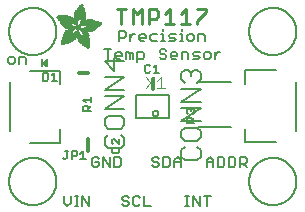
<source format=gbr>
G04 EAGLE Gerber RS-274X export*
G75*
%MOMM*%
%FSLAX34Y34*%
%LPD*%
%INSilkscreen Top*%
%IPPOS*%
%AMOC8*
5,1,8,0,0,1.08239X$1,22.5*%
G01*
%ADD10C,0.152400*%
%ADD11C,0.228600*%
%ADD12C,0.127000*%
%ADD13C,0.304800*%
%ADD14C,0.203200*%
%ADD15R,0.050800X0.006300*%
%ADD16R,0.082600X0.006400*%
%ADD17R,0.120600X0.006300*%
%ADD18R,0.139700X0.006400*%
%ADD19R,0.158800X0.006300*%
%ADD20R,0.177800X0.006400*%
%ADD21R,0.196800X0.006300*%
%ADD22R,0.215900X0.006400*%
%ADD23R,0.228600X0.006300*%
%ADD24R,0.241300X0.006400*%
%ADD25R,0.254000X0.006300*%
%ADD26R,0.266700X0.006400*%
%ADD27R,0.279400X0.006300*%
%ADD28R,0.285700X0.006400*%
%ADD29R,0.298400X0.006300*%
%ADD30R,0.311200X0.006400*%
%ADD31R,0.317500X0.006300*%
%ADD32R,0.330200X0.006400*%
%ADD33R,0.336600X0.006300*%
%ADD34R,0.349200X0.006400*%
%ADD35R,0.361900X0.006300*%
%ADD36R,0.368300X0.006400*%
%ADD37R,0.381000X0.006300*%
%ADD38R,0.387300X0.006400*%
%ADD39R,0.393700X0.006300*%
%ADD40R,0.406400X0.006400*%
%ADD41R,0.412700X0.006300*%
%ADD42R,0.419100X0.006400*%
%ADD43R,0.431800X0.006300*%
%ADD44R,0.438100X0.006400*%
%ADD45R,0.450800X0.006300*%
%ADD46R,0.457200X0.006400*%
%ADD47R,0.463500X0.006300*%
%ADD48R,0.476200X0.006400*%
%ADD49R,0.482600X0.006300*%
%ADD50R,0.488900X0.006400*%
%ADD51R,0.501600X0.006300*%
%ADD52R,0.508000X0.006400*%
%ADD53R,0.514300X0.006300*%
%ADD54R,0.527000X0.006400*%
%ADD55R,0.533400X0.006300*%
%ADD56R,0.546100X0.006400*%
%ADD57R,0.552400X0.006300*%
%ADD58R,0.558800X0.006400*%
%ADD59R,0.571500X0.006300*%
%ADD60R,0.577800X0.006400*%
%ADD61R,0.584200X0.006300*%
%ADD62R,0.596900X0.006400*%
%ADD63R,0.603200X0.006300*%
%ADD64R,0.609600X0.006400*%
%ADD65R,0.622300X0.006300*%
%ADD66R,0.628600X0.006400*%
%ADD67R,0.641300X0.006300*%
%ADD68R,0.647700X0.006400*%
%ADD69R,0.063500X0.006300*%
%ADD70R,0.654000X0.006300*%
%ADD71R,0.101600X0.006400*%
%ADD72R,0.666700X0.006400*%
%ADD73R,0.139700X0.006300*%
%ADD74R,0.673100X0.006300*%
%ADD75R,0.165100X0.006400*%
%ADD76R,0.679400X0.006400*%
%ADD77R,0.196900X0.006300*%
%ADD78R,0.692100X0.006300*%
%ADD79R,0.222200X0.006400*%
%ADD80R,0.698500X0.006400*%
%ADD81R,0.247700X0.006300*%
%ADD82R,0.704800X0.006300*%
%ADD83R,0.279400X0.006400*%
%ADD84R,0.717500X0.006400*%
%ADD85R,0.298500X0.006300*%
%ADD86R,0.723900X0.006300*%
%ADD87R,0.736600X0.006400*%
%ADD88R,0.342900X0.006300*%
%ADD89R,0.742900X0.006300*%
%ADD90R,0.374700X0.006400*%
%ADD91R,0.749300X0.006400*%
%ADD92R,0.762000X0.006300*%
%ADD93R,0.412700X0.006400*%
%ADD94R,0.768300X0.006400*%
%ADD95R,0.438100X0.006300*%
%ADD96R,0.774700X0.006300*%
%ADD97R,0.463600X0.006400*%
%ADD98R,0.787400X0.006400*%
%ADD99R,0.793700X0.006300*%
%ADD100R,0.495300X0.006400*%
%ADD101R,0.800100X0.006400*%
%ADD102R,0.520700X0.006300*%
%ADD103R,0.812800X0.006300*%
%ADD104R,0.533400X0.006400*%
%ADD105R,0.819100X0.006400*%
%ADD106R,0.558800X0.006300*%
%ADD107R,0.825500X0.006300*%
%ADD108R,0.577900X0.006400*%
%ADD109R,0.831800X0.006400*%
%ADD110R,0.596900X0.006300*%
%ADD111R,0.844500X0.006300*%
%ADD112R,0.616000X0.006400*%
%ADD113R,0.850900X0.006400*%
%ADD114R,0.635000X0.006300*%
%ADD115R,0.857200X0.006300*%
%ADD116R,0.654100X0.006400*%
%ADD117R,0.863600X0.006400*%
%ADD118R,0.666700X0.006300*%
%ADD119R,0.869900X0.006300*%
%ADD120R,0.685800X0.006400*%
%ADD121R,0.876300X0.006400*%
%ADD122R,0.882600X0.006300*%
%ADD123R,0.723900X0.006400*%
%ADD124R,0.889000X0.006400*%
%ADD125R,0.895300X0.006300*%
%ADD126R,0.755700X0.006400*%
%ADD127R,0.901700X0.006400*%
%ADD128R,0.908000X0.006300*%
%ADD129R,0.793800X0.006400*%
%ADD130R,0.914400X0.006400*%
%ADD131R,0.806400X0.006300*%
%ADD132R,0.920700X0.006300*%
%ADD133R,0.825500X0.006400*%
%ADD134R,0.927100X0.006400*%
%ADD135R,0.933400X0.006300*%
%ADD136R,0.857300X0.006400*%
%ADD137R,0.939800X0.006400*%
%ADD138R,0.870000X0.006300*%
%ADD139R,0.939800X0.006300*%
%ADD140R,0.946100X0.006400*%
%ADD141R,0.952500X0.006300*%
%ADD142R,0.908000X0.006400*%
%ADD143R,0.958800X0.006400*%
%ADD144R,0.965200X0.006300*%
%ADD145R,0.965200X0.006400*%
%ADD146R,0.971500X0.006300*%
%ADD147R,0.952500X0.006400*%
%ADD148R,0.977900X0.006400*%
%ADD149R,0.958800X0.006300*%
%ADD150R,0.984200X0.006300*%
%ADD151R,0.971500X0.006400*%
%ADD152R,0.984200X0.006400*%
%ADD153R,0.990600X0.006300*%
%ADD154R,0.984300X0.006400*%
%ADD155R,0.996900X0.006400*%
%ADD156R,0.997000X0.006300*%
%ADD157R,0.996900X0.006300*%
%ADD158R,1.003300X0.006400*%
%ADD159R,1.016000X0.006300*%
%ADD160R,1.009600X0.006300*%
%ADD161R,1.016000X0.006400*%
%ADD162R,1.009600X0.006400*%
%ADD163R,1.022300X0.006300*%
%ADD164R,1.028700X0.006400*%
%ADD165R,1.035100X0.006300*%
%ADD166R,1.047800X0.006400*%
%ADD167R,1.054100X0.006300*%
%ADD168R,1.028700X0.006300*%
%ADD169R,1.054100X0.006400*%
%ADD170R,1.035000X0.006400*%
%ADD171R,1.060400X0.006300*%
%ADD172R,1.035000X0.006300*%
%ADD173R,1.060500X0.006400*%
%ADD174R,1.041400X0.006400*%
%ADD175R,1.066800X0.006300*%
%ADD176R,1.041400X0.006300*%
%ADD177R,1.079500X0.006400*%
%ADD178R,1.047700X0.006400*%
%ADD179R,1.085900X0.006300*%
%ADD180R,1.047700X0.006300*%
%ADD181R,1.085800X0.006400*%
%ADD182R,1.092200X0.006300*%
%ADD183R,1.085900X0.006400*%
%ADD184R,1.098600X0.006300*%
%ADD185R,1.098600X0.006400*%
%ADD186R,1.060400X0.006400*%
%ADD187R,1.104900X0.006300*%
%ADD188R,1.104900X0.006400*%
%ADD189R,1.066800X0.006400*%
%ADD190R,1.111200X0.006300*%
%ADD191R,1.117600X0.006400*%
%ADD192R,1.117600X0.006300*%
%ADD193R,1.073100X0.006300*%
%ADD194R,1.073100X0.006400*%
%ADD195R,1.124000X0.006300*%
%ADD196R,1.079500X0.006300*%
%ADD197R,1.123900X0.006400*%
%ADD198R,1.130300X0.006300*%
%ADD199R,1.130300X0.006400*%
%ADD200R,1.136700X0.006400*%
%ADD201R,1.136700X0.006300*%
%ADD202R,1.085800X0.006300*%
%ADD203R,1.136600X0.006400*%
%ADD204R,1.136600X0.006300*%
%ADD205R,1.143000X0.006400*%
%ADD206R,1.143000X0.006300*%
%ADD207R,1.149400X0.006300*%
%ADD208R,1.149300X0.006300*%
%ADD209R,1.149300X0.006400*%
%ADD210R,1.149400X0.006400*%
%ADD211R,1.155700X0.006400*%
%ADD212R,1.155700X0.006300*%
%ADD213R,1.060500X0.006300*%
%ADD214R,2.197100X0.006400*%
%ADD215R,2.197100X0.006300*%
%ADD216R,2.184400X0.006300*%
%ADD217R,2.184400X0.006400*%
%ADD218R,2.171700X0.006400*%
%ADD219R,2.171700X0.006300*%
%ADD220R,1.530300X0.006400*%
%ADD221R,1.505000X0.006300*%
%ADD222R,1.492300X0.006400*%
%ADD223R,1.485900X0.006300*%
%ADD224R,0.565200X0.006300*%
%ADD225R,1.473200X0.006400*%
%ADD226R,0.565200X0.006400*%
%ADD227R,1.460500X0.006300*%
%ADD228R,1.454100X0.006400*%
%ADD229R,0.552400X0.006400*%
%ADD230R,1.441500X0.006300*%
%ADD231R,0.546100X0.006300*%
%ADD232R,1.435100X0.006400*%
%ADD233R,0.539800X0.006400*%
%ADD234R,1.428800X0.006300*%
%ADD235R,1.422400X0.006400*%
%ADD236R,1.409700X0.006300*%
%ADD237R,0.527100X0.006300*%
%ADD238R,1.403300X0.006400*%
%ADD239R,0.527100X0.006400*%
%ADD240R,1.390700X0.006300*%
%ADD241R,1.384300X0.006400*%
%ADD242R,0.520700X0.006400*%
%ADD243R,1.384300X0.006300*%
%ADD244R,0.514400X0.006300*%
%ADD245R,1.371600X0.006400*%
%ADD246R,1.365200X0.006300*%
%ADD247R,0.508000X0.006300*%
%ADD248R,1.352600X0.006400*%
%ADD249R,0.501700X0.006400*%
%ADD250R,0.711200X0.006300*%
%ADD251R,0.603300X0.006300*%
%ADD252R,0.501700X0.006300*%
%ADD253R,0.692100X0.006400*%
%ADD254R,0.571500X0.006400*%
%ADD255R,0.679400X0.006300*%
%ADD256R,0.495300X0.006300*%
%ADD257R,0.673100X0.006400*%
%ADD258R,0.666800X0.006300*%
%ADD259R,0.488900X0.006300*%
%ADD260R,0.660400X0.006400*%
%ADD261R,0.482600X0.006400*%
%ADD262R,0.476200X0.006300*%
%ADD263R,0.654000X0.006400*%
%ADD264R,0.469900X0.006400*%
%ADD265R,0.476300X0.006400*%
%ADD266R,0.647700X0.006300*%
%ADD267R,0.457200X0.006300*%
%ADD268R,0.469900X0.006300*%
%ADD269R,0.641300X0.006400*%
%ADD270R,0.444500X0.006400*%
%ADD271R,0.463600X0.006300*%
%ADD272R,0.635000X0.006400*%
%ADD273R,0.463500X0.006400*%
%ADD274R,0.393700X0.006400*%
%ADD275R,0.450800X0.006400*%
%ADD276R,0.628600X0.006300*%
%ADD277R,0.387400X0.006300*%
%ADD278R,0.450900X0.006300*%
%ADD279R,0.628700X0.006400*%
%ADD280R,0.374600X0.006400*%
%ADD281R,0.368300X0.006300*%
%ADD282R,0.438200X0.006300*%
%ADD283R,0.622300X0.006400*%
%ADD284R,0.355600X0.006400*%
%ADD285R,0.431800X0.006400*%
%ADD286R,0.349300X0.006300*%
%ADD287R,0.425400X0.006300*%
%ADD288R,0.615900X0.006300*%
%ADD289R,0.330200X0.006300*%
%ADD290R,0.419100X0.006300*%
%ADD291R,0.616000X0.006300*%
%ADD292R,0.311200X0.006300*%
%ADD293R,0.406400X0.006300*%
%ADD294R,0.615900X0.006400*%
%ADD295R,0.304800X0.006400*%
%ADD296R,0.158800X0.006400*%
%ADD297R,0.609600X0.006300*%
%ADD298R,0.292100X0.006300*%
%ADD299R,0.235000X0.006300*%
%ADD300R,0.387400X0.006400*%
%ADD301R,0.292100X0.006400*%
%ADD302R,0.336500X0.006300*%
%ADD303R,0.260400X0.006300*%
%ADD304R,0.603300X0.006400*%
%ADD305R,0.260400X0.006400*%
%ADD306R,0.362000X0.006400*%
%ADD307R,0.450900X0.006400*%
%ADD308R,0.355600X0.006300*%
%ADD309R,0.342900X0.006400*%
%ADD310R,0.514300X0.006400*%
%ADD311R,0.234900X0.006300*%
%ADD312R,0.539700X0.006300*%
%ADD313R,0.603200X0.006400*%
%ADD314R,0.234900X0.006400*%
%ADD315R,0.920700X0.006400*%
%ADD316R,0.958900X0.006400*%
%ADD317R,0.215900X0.006300*%
%ADD318R,0.209600X0.006400*%
%ADD319R,0.203200X0.006300*%
%ADD320R,1.003300X0.006300*%
%ADD321R,0.203200X0.006400*%
%ADD322R,0.196900X0.006400*%
%ADD323R,0.190500X0.006300*%
%ADD324R,0.190500X0.006400*%
%ADD325R,0.184200X0.006300*%
%ADD326R,0.590500X0.006400*%
%ADD327R,0.184200X0.006400*%
%ADD328R,0.590500X0.006300*%
%ADD329R,0.177800X0.006300*%
%ADD330R,0.584200X0.006400*%
%ADD331R,1.168400X0.006400*%
%ADD332R,0.171500X0.006300*%
%ADD333R,1.187500X0.006300*%
%ADD334R,1.200100X0.006400*%
%ADD335R,0.577800X0.006300*%
%ADD336R,1.212900X0.006300*%
%ADD337R,1.231900X0.006400*%
%ADD338R,1.250900X0.006300*%
%ADD339R,0.565100X0.006400*%
%ADD340R,0.184100X0.006400*%
%ADD341R,1.263700X0.006400*%
%ADD342R,0.565100X0.006300*%
%ADD343R,1.289100X0.006300*%
%ADD344R,1.314400X0.006400*%
%ADD345R,0.552500X0.006300*%
%ADD346R,1.568500X0.006300*%
%ADD347R,0.552500X0.006400*%
%ADD348R,1.581200X0.006400*%
%ADD349R,1.593800X0.006300*%
%ADD350R,1.606500X0.006400*%
%ADD351R,1.619300X0.006300*%
%ADD352R,0.514400X0.006400*%
%ADD353R,1.638300X0.006400*%
%ADD354R,1.657300X0.006300*%
%ADD355R,2.209800X0.006400*%
%ADD356R,2.425700X0.006300*%
%ADD357R,2.470100X0.006400*%
%ADD358R,2.501900X0.006300*%
%ADD359R,2.533700X0.006400*%
%ADD360R,2.559000X0.006300*%
%ADD361R,2.584500X0.006400*%
%ADD362R,2.609900X0.006300*%
%ADD363R,2.628900X0.006400*%
%ADD364R,2.660600X0.006300*%
%ADD365R,2.673400X0.006400*%
%ADD366R,1.422400X0.006300*%
%ADD367R,1.200200X0.006300*%
%ADD368R,1.365300X0.006300*%
%ADD369R,1.365300X0.006400*%
%ADD370R,1.352500X0.006300*%
%ADD371R,1.098500X0.006300*%
%ADD372R,1.358900X0.006400*%
%ADD373R,1.352600X0.006300*%
%ADD374R,1.358900X0.006300*%
%ADD375R,1.371600X0.006300*%
%ADD376R,1.377900X0.006400*%
%ADD377R,1.397000X0.006400*%
%ADD378R,1.403300X0.006300*%
%ADD379R,0.914400X0.006300*%
%ADD380R,0.876300X0.006300*%
%ADD381R,0.374600X0.006300*%
%ADD382R,1.073200X0.006400*%
%ADD383R,0.374700X0.006300*%
%ADD384R,0.844600X0.006400*%
%ADD385R,0.844600X0.006300*%
%ADD386R,0.831900X0.006400*%
%ADD387R,1.092200X0.006400*%
%ADD388R,0.400000X0.006300*%
%ADD389R,0.819200X0.006400*%
%ADD390R,1.111300X0.006400*%
%ADD391R,0.812800X0.006400*%
%ADD392R,0.800100X0.006300*%
%ADD393R,0.476300X0.006300*%
%ADD394R,1.181100X0.006300*%
%ADD395R,0.501600X0.006400*%
%ADD396R,1.193800X0.006400*%
%ADD397R,0.781000X0.006400*%
%ADD398R,1.238200X0.006400*%
%ADD399R,0.781100X0.006300*%
%ADD400R,1.257300X0.006300*%
%ADD401R,1.295400X0.006400*%
%ADD402R,1.333500X0.006300*%
%ADD403R,0.774700X0.006400*%
%ADD404R,1.866900X0.006400*%
%ADD405R,0.209600X0.006300*%
%ADD406R,1.866900X0.006300*%
%ADD407R,0.768400X0.006400*%
%ADD408R,0.209500X0.006400*%
%ADD409R,1.860600X0.006400*%
%ADD410R,0.762000X0.006400*%
%ADD411R,0.768400X0.006300*%
%ADD412R,1.860600X0.006300*%
%ADD413R,1.860500X0.006400*%
%ADD414R,0.222300X0.006300*%
%ADD415R,1.854200X0.006300*%
%ADD416R,0.235000X0.006400*%
%ADD417R,1.854200X0.006400*%
%ADD418R,0.768300X0.006300*%
%ADD419R,0.260300X0.006400*%
%ADD420R,1.847800X0.006400*%
%ADD421R,0.266700X0.006300*%
%ADD422R,1.847800X0.006300*%
%ADD423R,0.273100X0.006400*%
%ADD424R,1.841500X0.006400*%
%ADD425R,0.285800X0.006300*%
%ADD426R,1.841500X0.006300*%
%ADD427R,0.298500X0.006400*%
%ADD428R,1.835100X0.006400*%
%ADD429R,0.781000X0.006300*%
%ADD430R,0.304800X0.006300*%
%ADD431R,1.835100X0.006300*%
%ADD432R,0.317500X0.006400*%
%ADD433R,1.828800X0.006400*%
%ADD434R,0.787400X0.006300*%
%ADD435R,0.323800X0.006300*%
%ADD436R,1.828800X0.006300*%
%ADD437R,0.793700X0.006400*%
%ADD438R,1.822400X0.006400*%
%ADD439R,0.806500X0.006300*%
%ADD440R,1.822400X0.006300*%
%ADD441R,1.816100X0.006400*%
%ADD442R,0.819100X0.006300*%
%ADD443R,0.387300X0.006300*%
%ADD444R,1.816100X0.006300*%
%ADD445R,1.809800X0.006400*%
%ADD446R,1.803400X0.006300*%
%ADD447R,1.797000X0.006400*%
%ADD448R,0.901700X0.006300*%
%ADD449R,1.797000X0.006300*%
%ADD450R,1.441400X0.006400*%
%ADD451R,1.790700X0.006400*%
%ADD452R,1.447800X0.006300*%
%ADD453R,1.784300X0.006300*%
%ADD454R,1.447800X0.006400*%
%ADD455R,1.784300X0.006400*%
%ADD456R,1.454100X0.006300*%
%ADD457R,1.771700X0.006300*%
%ADD458R,1.460500X0.006400*%
%ADD459R,1.759000X0.006400*%
%ADD460R,1.466800X0.006300*%
%ADD461R,1.752600X0.006300*%
%ADD462R,1.466800X0.006400*%
%ADD463R,1.739900X0.006400*%
%ADD464R,1.473200X0.006300*%
%ADD465R,1.727200X0.006300*%
%ADD466R,1.479500X0.006400*%
%ADD467R,1.714500X0.006400*%
%ADD468R,1.695400X0.006300*%
%ADD469R,1.485900X0.006400*%
%ADD470R,1.682700X0.006400*%
%ADD471R,1.492200X0.006300*%
%ADD472R,1.663700X0.006300*%
%ADD473R,1.498600X0.006400*%
%ADD474R,1.644600X0.006400*%
%ADD475R,1.498600X0.006300*%
%ADD476R,1.619200X0.006300*%
%ADD477R,1.511300X0.006400*%
%ADD478R,1.600200X0.006400*%
%ADD479R,1.517700X0.006300*%
%ADD480R,1.574800X0.006300*%
%ADD481R,1.524000X0.006400*%
%ADD482R,1.555800X0.006400*%
%ADD483R,1.524000X0.006300*%
%ADD484R,1.536700X0.006300*%
%ADD485R,1.530400X0.006400*%
%ADD486R,1.517700X0.006400*%
%ADD487R,1.492300X0.006300*%
%ADD488R,1.549400X0.006400*%
%ADD489R,1.479600X0.006400*%
%ADD490R,1.549400X0.006300*%
%ADD491R,1.555700X0.006400*%
%ADD492R,1.562100X0.006300*%
%ADD493R,0.323900X0.006300*%
%ADD494R,1.568400X0.006400*%
%ADD495R,0.336600X0.006400*%
%ADD496R,1.587500X0.006300*%
%ADD497R,0.971600X0.006300*%
%ADD498R,0.349300X0.006400*%
%ADD499R,1.600200X0.006300*%
%ADD500R,0.920800X0.006300*%
%ADD501R,0.882700X0.006400*%
%ADD502R,1.612900X0.006300*%
%ADD503R,0.362000X0.006300*%
%ADD504R,1.625600X0.006400*%
%ADD505R,1.625600X0.006300*%
%ADD506R,1.644600X0.006300*%
%ADD507R,0.736600X0.006300*%
%ADD508R,0.717600X0.006400*%
%ADD509R,1.657400X0.006300*%
%ADD510R,0.679500X0.006300*%
%ADD511R,1.663700X0.006400*%
%ADD512R,0.400000X0.006400*%
%ADD513R,1.676400X0.006300*%
%ADD514R,1.676400X0.006400*%
%ADD515R,0.425500X0.006400*%
%ADD516R,1.352500X0.006400*%
%ADD517R,0.444500X0.006300*%
%ADD518R,0.361900X0.006400*%
%ADD519R,0.088900X0.006300*%
%ADD520R,1.009700X0.006300*%
%ADD521R,1.009700X0.006400*%
%ADD522R,1.022300X0.006400*%
%ADD523R,1.346200X0.006400*%
%ADD524R,1.346200X0.006300*%
%ADD525R,1.339900X0.006400*%
%ADD526R,1.035100X0.006400*%
%ADD527R,1.339800X0.006300*%
%ADD528R,1.333500X0.006400*%
%ADD529R,1.327200X0.006400*%
%ADD530R,1.320800X0.006300*%
%ADD531R,1.314500X0.006400*%
%ADD532R,1.314400X0.006300*%
%ADD533R,1.301700X0.006400*%
%ADD534R,1.295400X0.006300*%
%ADD535R,1.289000X0.006400*%
%ADD536R,1.276300X0.006300*%
%ADD537R,1.251000X0.006300*%
%ADD538R,1.244600X0.006400*%
%ADD539R,1.231900X0.006300*%
%ADD540R,1.212800X0.006400*%
%ADD541R,1.200100X0.006300*%
%ADD542R,1.187400X0.006400*%
%ADD543R,1.168400X0.006300*%
%ADD544R,1.047800X0.006300*%
%ADD545R,0.977900X0.006300*%
%ADD546R,0.946200X0.006400*%
%ADD547R,0.933400X0.006400*%
%ADD548R,0.895300X0.006400*%
%ADD549R,0.882700X0.006300*%
%ADD550R,0.863600X0.006300*%
%ADD551R,0.857200X0.006400*%
%ADD552R,0.850900X0.006300*%
%ADD553R,0.838200X0.006300*%
%ADD554R,0.806500X0.006400*%
%ADD555R,0.717600X0.006300*%
%ADD556R,0.711200X0.006400*%
%ADD557R,0.641400X0.006400*%
%ADD558R,0.641400X0.006300*%
%ADD559R,0.628700X0.006300*%
%ADD560R,0.590600X0.006300*%
%ADD561R,0.539700X0.006400*%
%ADD562R,0.285700X0.006300*%
%ADD563R,0.222200X0.006300*%
%ADD564R,0.171400X0.006300*%
%ADD565R,0.152400X0.006400*%
%ADD566R,0.133400X0.006300*%
%ADD567R,0.127000X0.762000*%
%ADD568C,0.076200*%

G36*
X37348Y122433D02*
X37348Y122433D01*
X37377Y122430D01*
X37469Y122450D01*
X37562Y122463D01*
X37589Y122476D01*
X37618Y122482D01*
X37698Y122530D01*
X37782Y122572D01*
X37803Y122593D01*
X37829Y122608D01*
X37890Y122680D01*
X37956Y122746D01*
X37969Y122772D01*
X37989Y122795D01*
X38024Y122882D01*
X38066Y122966D01*
X38070Y122996D01*
X38081Y123023D01*
X38099Y123190D01*
X38099Y128270D01*
X38094Y128299D01*
X38097Y128329D01*
X38075Y128420D01*
X38060Y128513D01*
X38046Y128539D01*
X38039Y128568D01*
X37988Y128647D01*
X37944Y128730D01*
X37923Y128751D01*
X37907Y128776D01*
X37834Y128835D01*
X37766Y128900D01*
X37739Y128912D01*
X37716Y128931D01*
X37628Y128964D01*
X37543Y129003D01*
X37513Y129006D01*
X37486Y129017D01*
X37392Y129020D01*
X37299Y129030D01*
X37269Y129024D01*
X37240Y129025D01*
X37150Y128998D01*
X37058Y128978D01*
X37033Y128963D01*
X37004Y128954D01*
X36862Y128864D01*
X33687Y126324D01*
X33618Y126247D01*
X33545Y126174D01*
X33536Y126157D01*
X33523Y126142D01*
X33481Y126046D01*
X33435Y125954D01*
X33433Y125934D01*
X33425Y125916D01*
X33416Y125813D01*
X33402Y125710D01*
X33406Y125691D01*
X33404Y125671D01*
X33429Y125570D01*
X33448Y125468D01*
X33458Y125451D01*
X33462Y125432D01*
X33518Y125345D01*
X33569Y125254D01*
X33586Y125237D01*
X33594Y125224D01*
X33619Y125204D01*
X33687Y125136D01*
X36862Y122596D01*
X36888Y122581D01*
X36910Y122561D01*
X36995Y122521D01*
X37077Y122475D01*
X37106Y122469D01*
X37133Y122457D01*
X37226Y122447D01*
X37318Y122429D01*
X37348Y122433D01*
G37*
D10*
X51788Y13215D02*
X51788Y7453D01*
X54670Y4572D01*
X57551Y7453D01*
X57551Y13215D01*
X61144Y4572D02*
X64025Y4572D01*
X62584Y4572D02*
X62584Y13215D01*
X61144Y13215D02*
X64025Y13215D01*
X67380Y13215D02*
X67380Y4572D01*
X73143Y4572D02*
X67380Y13215D01*
X73143Y13215D02*
X73143Y4572D01*
X81391Y44795D02*
X79951Y46235D01*
X77070Y46235D01*
X75629Y44795D01*
X75629Y39033D01*
X77070Y37592D01*
X79951Y37592D01*
X81391Y39033D01*
X81391Y41914D01*
X78510Y41914D01*
X84984Y46235D02*
X84984Y37592D01*
X90747Y37592D02*
X84984Y46235D01*
X90747Y46235D02*
X90747Y37592D01*
X94340Y37592D02*
X94340Y46235D01*
X94340Y37592D02*
X98661Y37592D01*
X100102Y39033D01*
X100102Y44795D01*
X98661Y46235D01*
X94340Y46235D01*
X105351Y13215D02*
X106791Y11775D01*
X105351Y13215D02*
X102470Y13215D01*
X101029Y11775D01*
X101029Y10334D01*
X102470Y8894D01*
X105351Y8894D01*
X106791Y7453D01*
X106791Y6013D01*
X105351Y4572D01*
X102470Y4572D01*
X101029Y6013D01*
X114706Y13215D02*
X116147Y11775D01*
X114706Y13215D02*
X111825Y13215D01*
X110384Y11775D01*
X110384Y6013D01*
X111825Y4572D01*
X114706Y4572D01*
X116147Y6013D01*
X119740Y4572D02*
X119740Y13215D01*
X119740Y4572D02*
X125502Y4572D01*
X132191Y44795D02*
X130751Y46235D01*
X127870Y46235D01*
X126429Y44795D01*
X126429Y43354D01*
X127870Y41914D01*
X130751Y41914D01*
X132191Y40473D01*
X132191Y39033D01*
X130751Y37592D01*
X127870Y37592D01*
X126429Y39033D01*
X135784Y37592D02*
X135784Y46235D01*
X135784Y37592D02*
X140106Y37592D01*
X141547Y39033D01*
X141547Y44795D01*
X140106Y46235D01*
X135784Y46235D01*
X145140Y43354D02*
X145140Y37592D01*
X145140Y43354D02*
X148021Y46235D01*
X150902Y43354D01*
X150902Y37592D01*
X150902Y41914D02*
X145140Y41914D01*
X154658Y4572D02*
X157540Y4572D01*
X156099Y4572D02*
X156099Y13215D01*
X154658Y13215D02*
X157540Y13215D01*
X160895Y13215D02*
X160895Y4572D01*
X166657Y4572D02*
X160895Y13215D01*
X166657Y13215D02*
X166657Y4572D01*
X173132Y4572D02*
X173132Y13215D01*
X176013Y13215D02*
X170250Y13215D01*
X172552Y37592D02*
X172552Y43354D01*
X175433Y46235D01*
X178314Y43354D01*
X178314Y37592D01*
X178314Y41914D02*
X172552Y41914D01*
X181907Y46235D02*
X181907Y37592D01*
X186229Y37592D01*
X187669Y39033D01*
X187669Y44795D01*
X186229Y46235D01*
X181907Y46235D01*
X191262Y46235D02*
X191262Y37592D01*
X195584Y37592D01*
X197024Y39033D01*
X197024Y44795D01*
X195584Y46235D01*
X191262Y46235D01*
X200617Y46235D02*
X200617Y37592D01*
X200617Y46235D02*
X204939Y46235D01*
X206379Y44795D01*
X206379Y41914D01*
X204939Y40473D01*
X200617Y40473D01*
X203498Y40473D02*
X206379Y37592D01*
D11*
X100490Y158877D02*
X100490Y171334D01*
X96338Y171334D02*
X104642Y171334D01*
X109903Y171334D02*
X109903Y158877D01*
X114055Y167181D02*
X109903Y171334D01*
X114055Y167181D02*
X118207Y171334D01*
X118207Y158877D01*
X123468Y158877D02*
X123468Y171334D01*
X129696Y171334D01*
X131772Y169258D01*
X131772Y165105D01*
X129696Y163029D01*
X123468Y163029D01*
X137033Y167181D02*
X141185Y171334D01*
X141185Y158877D01*
X137033Y158877D02*
X145337Y158877D01*
X150598Y167181D02*
X154750Y171334D01*
X154750Y158877D01*
X150598Y158877D02*
X158902Y158877D01*
X164163Y171334D02*
X172467Y171334D01*
X172467Y169258D01*
X164163Y160953D01*
X164163Y158877D01*
D10*
X98452Y152915D02*
X98452Y144272D01*
X98452Y152915D02*
X102773Y152915D01*
X104214Y151475D01*
X104214Y148594D01*
X102773Y147153D01*
X98452Y147153D01*
X107807Y144272D02*
X107807Y150034D01*
X107807Y147153D02*
X110688Y150034D01*
X112129Y150034D01*
X117043Y144272D02*
X119924Y144272D01*
X117043Y144272D02*
X115603Y145713D01*
X115603Y148594D01*
X117043Y150034D01*
X119924Y150034D01*
X121365Y148594D01*
X121365Y147153D01*
X115603Y147153D01*
X126399Y150034D02*
X130720Y150034D01*
X126399Y150034D02*
X124958Y148594D01*
X124958Y145713D01*
X126399Y144272D01*
X130720Y144272D01*
X134313Y150034D02*
X135754Y150034D01*
X135754Y144272D01*
X137194Y144272D02*
X134313Y144272D01*
X135754Y152915D02*
X135754Y154356D01*
X140550Y144272D02*
X144872Y144272D01*
X146312Y145713D01*
X144872Y147153D01*
X141991Y147153D01*
X140550Y148594D01*
X141991Y150034D01*
X146312Y150034D01*
X149905Y150034D02*
X151346Y150034D01*
X151346Y144272D01*
X152786Y144272D02*
X149905Y144272D01*
X151346Y152915D02*
X151346Y154356D01*
X157582Y144272D02*
X160464Y144272D01*
X161904Y145713D01*
X161904Y148594D01*
X160464Y150034D01*
X157582Y150034D01*
X156142Y148594D01*
X156142Y145713D01*
X157582Y144272D01*
X165497Y144272D02*
X165497Y150034D01*
X169819Y150034D01*
X171259Y148594D01*
X171259Y144272D01*
X88859Y137675D02*
X88859Y129032D01*
X85978Y137675D02*
X91740Y137675D01*
X96774Y129032D02*
X99655Y129032D01*
X96774Y129032D02*
X95333Y130473D01*
X95333Y133354D01*
X96774Y134794D01*
X99655Y134794D01*
X101095Y133354D01*
X101095Y131913D01*
X95333Y131913D01*
X104688Y129032D02*
X104688Y134794D01*
X106129Y134794D01*
X107570Y133354D01*
X107570Y129032D01*
X107570Y133354D02*
X109010Y134794D01*
X110451Y133354D01*
X110451Y129032D01*
X114044Y126151D02*
X114044Y134794D01*
X118365Y134794D01*
X119806Y133354D01*
X119806Y130473D01*
X118365Y129032D01*
X114044Y129032D01*
X137076Y137675D02*
X138516Y136235D01*
X137076Y137675D02*
X134195Y137675D01*
X132754Y136235D01*
X132754Y134794D01*
X134195Y133354D01*
X137076Y133354D01*
X138516Y131913D01*
X138516Y130473D01*
X137076Y129032D01*
X134195Y129032D01*
X132754Y130473D01*
X143550Y129032D02*
X146431Y129032D01*
X143550Y129032D02*
X142109Y130473D01*
X142109Y133354D01*
X143550Y134794D01*
X146431Y134794D01*
X147871Y133354D01*
X147871Y131913D01*
X142109Y131913D01*
X151464Y129032D02*
X151464Y134794D01*
X155786Y134794D01*
X157227Y133354D01*
X157227Y129032D01*
X160820Y129032D02*
X165141Y129032D01*
X166582Y130473D01*
X165141Y131913D01*
X162260Y131913D01*
X160820Y133354D01*
X162260Y134794D01*
X166582Y134794D01*
X171615Y129032D02*
X174496Y129032D01*
X175937Y130473D01*
X175937Y133354D01*
X174496Y134794D01*
X171615Y134794D01*
X170175Y133354D01*
X170175Y130473D01*
X171615Y129032D01*
X179530Y129032D02*
X179530Y134794D01*
X179530Y131913D02*
X182411Y134794D01*
X183852Y134794D01*
D12*
X8894Y125095D02*
X5928Y125095D01*
X8894Y125095D02*
X10377Y126578D01*
X10377Y129544D01*
X8894Y131027D01*
X5928Y131027D01*
X4445Y129544D01*
X4445Y126578D01*
X5928Y125095D01*
X13800Y125095D02*
X13800Y131027D01*
X18249Y131027D01*
X19732Y129544D01*
X19732Y125095D01*
D13*
X72390Y60960D02*
X72390Y50800D01*
D10*
X92196Y52599D02*
X93298Y53700D01*
X92196Y52599D02*
X92196Y50395D01*
X93298Y49294D01*
X97704Y49294D01*
X98806Y50395D01*
X98806Y52599D01*
X97704Y53700D01*
X98806Y56778D02*
X98806Y61184D01*
X98806Y56778D02*
X94400Y61184D01*
X93298Y61184D01*
X92196Y60083D01*
X92196Y57879D01*
X93298Y56778D01*
D13*
X127000Y103950D02*
X127000Y111950D01*
D10*
X124548Y123110D02*
X123447Y124212D01*
X121244Y124212D01*
X120142Y123110D01*
X120142Y118704D01*
X121244Y117602D01*
X123447Y117602D01*
X124548Y118704D01*
X127626Y122008D02*
X129829Y124212D01*
X129829Y117602D01*
X127626Y117602D02*
X132033Y117602D01*
D14*
X165070Y109170D02*
X193070Y109170D01*
X193070Y71170D02*
X165070Y71170D01*
D10*
X162308Y74932D02*
X155698Y74932D01*
X155698Y78237D01*
X156800Y79338D01*
X159003Y79338D01*
X160105Y78237D01*
X160105Y74932D01*
X160105Y77135D02*
X162308Y79338D01*
X156800Y82416D02*
X155698Y83518D01*
X155698Y85721D01*
X156800Y86823D01*
X157902Y86823D01*
X159003Y85721D01*
X159003Y84619D01*
X159003Y85721D02*
X160105Y86823D01*
X161206Y86823D01*
X162308Y85721D01*
X162308Y83518D01*
X161206Y82416D01*
X51902Y44450D02*
X50800Y45552D01*
X51902Y44450D02*
X53003Y44450D01*
X54105Y45552D01*
X54105Y51060D01*
X55206Y51060D02*
X53003Y51060D01*
X58284Y51060D02*
X58284Y44450D01*
X58284Y51060D02*
X61589Y51060D01*
X62691Y49958D01*
X62691Y47755D01*
X61589Y46653D01*
X58284Y46653D01*
X65768Y48856D02*
X67972Y51060D01*
X67972Y44450D01*
X70175Y44450D02*
X65768Y44450D01*
D14*
X5400Y152400D02*
X5406Y152891D01*
X5424Y153381D01*
X5454Y153871D01*
X5496Y154360D01*
X5550Y154848D01*
X5616Y155335D01*
X5694Y155819D01*
X5784Y156302D01*
X5886Y156782D01*
X5999Y157260D01*
X6124Y157734D01*
X6261Y158206D01*
X6409Y158674D01*
X6569Y159138D01*
X6740Y159598D01*
X6922Y160054D01*
X7116Y160505D01*
X7320Y160951D01*
X7536Y161392D01*
X7762Y161828D01*
X7998Y162258D01*
X8245Y162682D01*
X8503Y163100D01*
X8771Y163511D01*
X9048Y163916D01*
X9336Y164314D01*
X9633Y164705D01*
X9940Y165088D01*
X10256Y165463D01*
X10581Y165831D01*
X10915Y166191D01*
X11258Y166542D01*
X11609Y166885D01*
X11969Y167219D01*
X12337Y167544D01*
X12712Y167860D01*
X13095Y168167D01*
X13486Y168464D01*
X13884Y168752D01*
X14289Y169029D01*
X14700Y169297D01*
X15118Y169555D01*
X15542Y169802D01*
X15972Y170038D01*
X16408Y170264D01*
X16849Y170480D01*
X17295Y170684D01*
X17746Y170878D01*
X18202Y171060D01*
X18662Y171231D01*
X19126Y171391D01*
X19594Y171539D01*
X20066Y171676D01*
X20540Y171801D01*
X21018Y171914D01*
X21498Y172016D01*
X21981Y172106D01*
X22465Y172184D01*
X22952Y172250D01*
X23440Y172304D01*
X23929Y172346D01*
X24419Y172376D01*
X24909Y172394D01*
X25400Y172400D01*
X25891Y172394D01*
X26381Y172376D01*
X26871Y172346D01*
X27360Y172304D01*
X27848Y172250D01*
X28335Y172184D01*
X28819Y172106D01*
X29302Y172016D01*
X29782Y171914D01*
X30260Y171801D01*
X30734Y171676D01*
X31206Y171539D01*
X31674Y171391D01*
X32138Y171231D01*
X32598Y171060D01*
X33054Y170878D01*
X33505Y170684D01*
X33951Y170480D01*
X34392Y170264D01*
X34828Y170038D01*
X35258Y169802D01*
X35682Y169555D01*
X36100Y169297D01*
X36511Y169029D01*
X36916Y168752D01*
X37314Y168464D01*
X37705Y168167D01*
X38088Y167860D01*
X38463Y167544D01*
X38831Y167219D01*
X39191Y166885D01*
X39542Y166542D01*
X39885Y166191D01*
X40219Y165831D01*
X40544Y165463D01*
X40860Y165088D01*
X41167Y164705D01*
X41464Y164314D01*
X41752Y163916D01*
X42029Y163511D01*
X42297Y163100D01*
X42555Y162682D01*
X42802Y162258D01*
X43038Y161828D01*
X43264Y161392D01*
X43480Y160951D01*
X43684Y160505D01*
X43878Y160054D01*
X44060Y159598D01*
X44231Y159138D01*
X44391Y158674D01*
X44539Y158206D01*
X44676Y157734D01*
X44801Y157260D01*
X44914Y156782D01*
X45016Y156302D01*
X45106Y155819D01*
X45184Y155335D01*
X45250Y154848D01*
X45304Y154360D01*
X45346Y153871D01*
X45376Y153381D01*
X45394Y152891D01*
X45400Y152400D01*
X45394Y151909D01*
X45376Y151419D01*
X45346Y150929D01*
X45304Y150440D01*
X45250Y149952D01*
X45184Y149465D01*
X45106Y148981D01*
X45016Y148498D01*
X44914Y148018D01*
X44801Y147540D01*
X44676Y147066D01*
X44539Y146594D01*
X44391Y146126D01*
X44231Y145662D01*
X44060Y145202D01*
X43878Y144746D01*
X43684Y144295D01*
X43480Y143849D01*
X43264Y143408D01*
X43038Y142972D01*
X42802Y142542D01*
X42555Y142118D01*
X42297Y141700D01*
X42029Y141289D01*
X41752Y140884D01*
X41464Y140486D01*
X41167Y140095D01*
X40860Y139712D01*
X40544Y139337D01*
X40219Y138969D01*
X39885Y138609D01*
X39542Y138258D01*
X39191Y137915D01*
X38831Y137581D01*
X38463Y137256D01*
X38088Y136940D01*
X37705Y136633D01*
X37314Y136336D01*
X36916Y136048D01*
X36511Y135771D01*
X36100Y135503D01*
X35682Y135245D01*
X35258Y134998D01*
X34828Y134762D01*
X34392Y134536D01*
X33951Y134320D01*
X33505Y134116D01*
X33054Y133922D01*
X32598Y133740D01*
X32138Y133569D01*
X31674Y133409D01*
X31206Y133261D01*
X30734Y133124D01*
X30260Y132999D01*
X29782Y132886D01*
X29302Y132784D01*
X28819Y132694D01*
X28335Y132616D01*
X27848Y132550D01*
X27360Y132496D01*
X26871Y132454D01*
X26381Y132424D01*
X25891Y132406D01*
X25400Y132400D01*
X24909Y132406D01*
X24419Y132424D01*
X23929Y132454D01*
X23440Y132496D01*
X22952Y132550D01*
X22465Y132616D01*
X21981Y132694D01*
X21498Y132784D01*
X21018Y132886D01*
X20540Y132999D01*
X20066Y133124D01*
X19594Y133261D01*
X19126Y133409D01*
X18662Y133569D01*
X18202Y133740D01*
X17746Y133922D01*
X17295Y134116D01*
X16849Y134320D01*
X16408Y134536D01*
X15972Y134762D01*
X15542Y134998D01*
X15118Y135245D01*
X14700Y135503D01*
X14289Y135771D01*
X13884Y136048D01*
X13486Y136336D01*
X13095Y136633D01*
X12712Y136940D01*
X12337Y137256D01*
X11969Y137581D01*
X11609Y137915D01*
X11258Y138258D01*
X10915Y138609D01*
X10581Y138969D01*
X10256Y139337D01*
X9940Y139712D01*
X9633Y140095D01*
X9336Y140486D01*
X9048Y140884D01*
X8771Y141289D01*
X8503Y141700D01*
X8245Y142118D01*
X7998Y142542D01*
X7762Y142972D01*
X7536Y143408D01*
X7320Y143849D01*
X7116Y144295D01*
X6922Y144746D01*
X6740Y145202D01*
X6569Y145662D01*
X6409Y146126D01*
X6261Y146594D01*
X6124Y147066D01*
X5999Y147540D01*
X5886Y148018D01*
X5784Y148498D01*
X5694Y148981D01*
X5616Y149465D01*
X5550Y149952D01*
X5496Y150440D01*
X5454Y150929D01*
X5424Y151419D01*
X5406Y151909D01*
X5400Y152400D01*
X208600Y152400D02*
X208606Y152891D01*
X208624Y153381D01*
X208654Y153871D01*
X208696Y154360D01*
X208750Y154848D01*
X208816Y155335D01*
X208894Y155819D01*
X208984Y156302D01*
X209086Y156782D01*
X209199Y157260D01*
X209324Y157734D01*
X209461Y158206D01*
X209609Y158674D01*
X209769Y159138D01*
X209940Y159598D01*
X210122Y160054D01*
X210316Y160505D01*
X210520Y160951D01*
X210736Y161392D01*
X210962Y161828D01*
X211198Y162258D01*
X211445Y162682D01*
X211703Y163100D01*
X211971Y163511D01*
X212248Y163916D01*
X212536Y164314D01*
X212833Y164705D01*
X213140Y165088D01*
X213456Y165463D01*
X213781Y165831D01*
X214115Y166191D01*
X214458Y166542D01*
X214809Y166885D01*
X215169Y167219D01*
X215537Y167544D01*
X215912Y167860D01*
X216295Y168167D01*
X216686Y168464D01*
X217084Y168752D01*
X217489Y169029D01*
X217900Y169297D01*
X218318Y169555D01*
X218742Y169802D01*
X219172Y170038D01*
X219608Y170264D01*
X220049Y170480D01*
X220495Y170684D01*
X220946Y170878D01*
X221402Y171060D01*
X221862Y171231D01*
X222326Y171391D01*
X222794Y171539D01*
X223266Y171676D01*
X223740Y171801D01*
X224218Y171914D01*
X224698Y172016D01*
X225181Y172106D01*
X225665Y172184D01*
X226152Y172250D01*
X226640Y172304D01*
X227129Y172346D01*
X227619Y172376D01*
X228109Y172394D01*
X228600Y172400D01*
X229091Y172394D01*
X229581Y172376D01*
X230071Y172346D01*
X230560Y172304D01*
X231048Y172250D01*
X231535Y172184D01*
X232019Y172106D01*
X232502Y172016D01*
X232982Y171914D01*
X233460Y171801D01*
X233934Y171676D01*
X234406Y171539D01*
X234874Y171391D01*
X235338Y171231D01*
X235798Y171060D01*
X236254Y170878D01*
X236705Y170684D01*
X237151Y170480D01*
X237592Y170264D01*
X238028Y170038D01*
X238458Y169802D01*
X238882Y169555D01*
X239300Y169297D01*
X239711Y169029D01*
X240116Y168752D01*
X240514Y168464D01*
X240905Y168167D01*
X241288Y167860D01*
X241663Y167544D01*
X242031Y167219D01*
X242391Y166885D01*
X242742Y166542D01*
X243085Y166191D01*
X243419Y165831D01*
X243744Y165463D01*
X244060Y165088D01*
X244367Y164705D01*
X244664Y164314D01*
X244952Y163916D01*
X245229Y163511D01*
X245497Y163100D01*
X245755Y162682D01*
X246002Y162258D01*
X246238Y161828D01*
X246464Y161392D01*
X246680Y160951D01*
X246884Y160505D01*
X247078Y160054D01*
X247260Y159598D01*
X247431Y159138D01*
X247591Y158674D01*
X247739Y158206D01*
X247876Y157734D01*
X248001Y157260D01*
X248114Y156782D01*
X248216Y156302D01*
X248306Y155819D01*
X248384Y155335D01*
X248450Y154848D01*
X248504Y154360D01*
X248546Y153871D01*
X248576Y153381D01*
X248594Y152891D01*
X248600Y152400D01*
X248594Y151909D01*
X248576Y151419D01*
X248546Y150929D01*
X248504Y150440D01*
X248450Y149952D01*
X248384Y149465D01*
X248306Y148981D01*
X248216Y148498D01*
X248114Y148018D01*
X248001Y147540D01*
X247876Y147066D01*
X247739Y146594D01*
X247591Y146126D01*
X247431Y145662D01*
X247260Y145202D01*
X247078Y144746D01*
X246884Y144295D01*
X246680Y143849D01*
X246464Y143408D01*
X246238Y142972D01*
X246002Y142542D01*
X245755Y142118D01*
X245497Y141700D01*
X245229Y141289D01*
X244952Y140884D01*
X244664Y140486D01*
X244367Y140095D01*
X244060Y139712D01*
X243744Y139337D01*
X243419Y138969D01*
X243085Y138609D01*
X242742Y138258D01*
X242391Y137915D01*
X242031Y137581D01*
X241663Y137256D01*
X241288Y136940D01*
X240905Y136633D01*
X240514Y136336D01*
X240116Y136048D01*
X239711Y135771D01*
X239300Y135503D01*
X238882Y135245D01*
X238458Y134998D01*
X238028Y134762D01*
X237592Y134536D01*
X237151Y134320D01*
X236705Y134116D01*
X236254Y133922D01*
X235798Y133740D01*
X235338Y133569D01*
X234874Y133409D01*
X234406Y133261D01*
X233934Y133124D01*
X233460Y132999D01*
X232982Y132886D01*
X232502Y132784D01*
X232019Y132694D01*
X231535Y132616D01*
X231048Y132550D01*
X230560Y132496D01*
X230071Y132454D01*
X229581Y132424D01*
X229091Y132406D01*
X228600Y132400D01*
X228109Y132406D01*
X227619Y132424D01*
X227129Y132454D01*
X226640Y132496D01*
X226152Y132550D01*
X225665Y132616D01*
X225181Y132694D01*
X224698Y132784D01*
X224218Y132886D01*
X223740Y132999D01*
X223266Y133124D01*
X222794Y133261D01*
X222326Y133409D01*
X221862Y133569D01*
X221402Y133740D01*
X220946Y133922D01*
X220495Y134116D01*
X220049Y134320D01*
X219608Y134536D01*
X219172Y134762D01*
X218742Y134998D01*
X218318Y135245D01*
X217900Y135503D01*
X217489Y135771D01*
X217084Y136048D01*
X216686Y136336D01*
X216295Y136633D01*
X215912Y136940D01*
X215537Y137256D01*
X215169Y137581D01*
X214809Y137915D01*
X214458Y138258D01*
X214115Y138609D01*
X213781Y138969D01*
X213456Y139337D01*
X213140Y139712D01*
X212833Y140095D01*
X212536Y140486D01*
X212248Y140884D01*
X211971Y141289D01*
X211703Y141700D01*
X211445Y142118D01*
X211198Y142542D01*
X210962Y142972D01*
X210736Y143408D01*
X210520Y143849D01*
X210316Y144295D01*
X210122Y144746D01*
X209940Y145202D01*
X209769Y145662D01*
X209609Y146126D01*
X209461Y146594D01*
X209324Y147066D01*
X209199Y147540D01*
X209086Y148018D01*
X208984Y148498D01*
X208894Y148981D01*
X208816Y149465D01*
X208750Y149952D01*
X208696Y150440D01*
X208654Y150929D01*
X208624Y151419D01*
X208606Y151909D01*
X208600Y152400D01*
D10*
X205190Y58900D02*
X231190Y58900D01*
X205190Y58900D02*
X205190Y69900D01*
X205190Y107900D02*
X205190Y119900D01*
X231190Y119900D01*
X248190Y109900D02*
X248190Y67900D01*
X154010Y54509D02*
X151298Y51797D01*
X151298Y46374D01*
X154010Y43662D01*
X164856Y43662D01*
X167568Y46374D01*
X167568Y51797D01*
X164856Y54509D01*
X151298Y62745D02*
X151298Y68169D01*
X151298Y62745D02*
X154010Y60034D01*
X164856Y60034D01*
X167568Y62745D01*
X167568Y68169D01*
X164856Y70880D01*
X154010Y70880D01*
X151298Y68169D01*
X151298Y76405D02*
X167568Y76405D01*
X167568Y87252D02*
X151298Y76405D01*
X151298Y87252D02*
X167568Y87252D01*
X167568Y92777D02*
X151298Y92777D01*
X167568Y103623D01*
X151298Y103623D01*
X154010Y109148D02*
X151298Y111860D01*
X151298Y117283D01*
X154010Y119995D01*
X156721Y119995D01*
X159433Y117283D01*
X159433Y114572D01*
X159433Y117283D02*
X162145Y119995D01*
X164856Y119995D01*
X167568Y117283D01*
X167568Y111860D01*
X164856Y109148D01*
X48810Y118900D02*
X22810Y118900D01*
X48810Y118900D02*
X48810Y107900D01*
X48810Y69900D02*
X48810Y57900D01*
X22810Y57900D01*
X5810Y67900D02*
X5810Y109900D01*
X86418Y61939D02*
X89130Y64651D01*
X86418Y61939D02*
X86418Y56516D01*
X89130Y53804D01*
X99976Y53804D01*
X102688Y56516D01*
X102688Y61939D01*
X99976Y64651D01*
X86418Y72887D02*
X86418Y78311D01*
X86418Y72887D02*
X89130Y70176D01*
X99976Y70176D01*
X102688Y72887D01*
X102688Y78311D01*
X99976Y81022D01*
X89130Y81022D01*
X86418Y78311D01*
X86418Y86547D02*
X102688Y86547D01*
X102688Y97394D02*
X86418Y86547D01*
X86418Y97394D02*
X102688Y97394D01*
X102688Y102919D02*
X86418Y102919D01*
X102688Y113765D01*
X86418Y113765D01*
X86418Y127425D02*
X102688Y127425D01*
X94553Y119290D02*
X86418Y127425D01*
X94553Y130137D02*
X94553Y119290D01*
D14*
X5400Y25400D02*
X5406Y25891D01*
X5424Y26381D01*
X5454Y26871D01*
X5496Y27360D01*
X5550Y27848D01*
X5616Y28335D01*
X5694Y28819D01*
X5784Y29302D01*
X5886Y29782D01*
X5999Y30260D01*
X6124Y30734D01*
X6261Y31206D01*
X6409Y31674D01*
X6569Y32138D01*
X6740Y32598D01*
X6922Y33054D01*
X7116Y33505D01*
X7320Y33951D01*
X7536Y34392D01*
X7762Y34828D01*
X7998Y35258D01*
X8245Y35682D01*
X8503Y36100D01*
X8771Y36511D01*
X9048Y36916D01*
X9336Y37314D01*
X9633Y37705D01*
X9940Y38088D01*
X10256Y38463D01*
X10581Y38831D01*
X10915Y39191D01*
X11258Y39542D01*
X11609Y39885D01*
X11969Y40219D01*
X12337Y40544D01*
X12712Y40860D01*
X13095Y41167D01*
X13486Y41464D01*
X13884Y41752D01*
X14289Y42029D01*
X14700Y42297D01*
X15118Y42555D01*
X15542Y42802D01*
X15972Y43038D01*
X16408Y43264D01*
X16849Y43480D01*
X17295Y43684D01*
X17746Y43878D01*
X18202Y44060D01*
X18662Y44231D01*
X19126Y44391D01*
X19594Y44539D01*
X20066Y44676D01*
X20540Y44801D01*
X21018Y44914D01*
X21498Y45016D01*
X21981Y45106D01*
X22465Y45184D01*
X22952Y45250D01*
X23440Y45304D01*
X23929Y45346D01*
X24419Y45376D01*
X24909Y45394D01*
X25400Y45400D01*
X25891Y45394D01*
X26381Y45376D01*
X26871Y45346D01*
X27360Y45304D01*
X27848Y45250D01*
X28335Y45184D01*
X28819Y45106D01*
X29302Y45016D01*
X29782Y44914D01*
X30260Y44801D01*
X30734Y44676D01*
X31206Y44539D01*
X31674Y44391D01*
X32138Y44231D01*
X32598Y44060D01*
X33054Y43878D01*
X33505Y43684D01*
X33951Y43480D01*
X34392Y43264D01*
X34828Y43038D01*
X35258Y42802D01*
X35682Y42555D01*
X36100Y42297D01*
X36511Y42029D01*
X36916Y41752D01*
X37314Y41464D01*
X37705Y41167D01*
X38088Y40860D01*
X38463Y40544D01*
X38831Y40219D01*
X39191Y39885D01*
X39542Y39542D01*
X39885Y39191D01*
X40219Y38831D01*
X40544Y38463D01*
X40860Y38088D01*
X41167Y37705D01*
X41464Y37314D01*
X41752Y36916D01*
X42029Y36511D01*
X42297Y36100D01*
X42555Y35682D01*
X42802Y35258D01*
X43038Y34828D01*
X43264Y34392D01*
X43480Y33951D01*
X43684Y33505D01*
X43878Y33054D01*
X44060Y32598D01*
X44231Y32138D01*
X44391Y31674D01*
X44539Y31206D01*
X44676Y30734D01*
X44801Y30260D01*
X44914Y29782D01*
X45016Y29302D01*
X45106Y28819D01*
X45184Y28335D01*
X45250Y27848D01*
X45304Y27360D01*
X45346Y26871D01*
X45376Y26381D01*
X45394Y25891D01*
X45400Y25400D01*
X45394Y24909D01*
X45376Y24419D01*
X45346Y23929D01*
X45304Y23440D01*
X45250Y22952D01*
X45184Y22465D01*
X45106Y21981D01*
X45016Y21498D01*
X44914Y21018D01*
X44801Y20540D01*
X44676Y20066D01*
X44539Y19594D01*
X44391Y19126D01*
X44231Y18662D01*
X44060Y18202D01*
X43878Y17746D01*
X43684Y17295D01*
X43480Y16849D01*
X43264Y16408D01*
X43038Y15972D01*
X42802Y15542D01*
X42555Y15118D01*
X42297Y14700D01*
X42029Y14289D01*
X41752Y13884D01*
X41464Y13486D01*
X41167Y13095D01*
X40860Y12712D01*
X40544Y12337D01*
X40219Y11969D01*
X39885Y11609D01*
X39542Y11258D01*
X39191Y10915D01*
X38831Y10581D01*
X38463Y10256D01*
X38088Y9940D01*
X37705Y9633D01*
X37314Y9336D01*
X36916Y9048D01*
X36511Y8771D01*
X36100Y8503D01*
X35682Y8245D01*
X35258Y7998D01*
X34828Y7762D01*
X34392Y7536D01*
X33951Y7320D01*
X33505Y7116D01*
X33054Y6922D01*
X32598Y6740D01*
X32138Y6569D01*
X31674Y6409D01*
X31206Y6261D01*
X30734Y6124D01*
X30260Y5999D01*
X29782Y5886D01*
X29302Y5784D01*
X28819Y5694D01*
X28335Y5616D01*
X27848Y5550D01*
X27360Y5496D01*
X26871Y5454D01*
X26381Y5424D01*
X25891Y5406D01*
X25400Y5400D01*
X24909Y5406D01*
X24419Y5424D01*
X23929Y5454D01*
X23440Y5496D01*
X22952Y5550D01*
X22465Y5616D01*
X21981Y5694D01*
X21498Y5784D01*
X21018Y5886D01*
X20540Y5999D01*
X20066Y6124D01*
X19594Y6261D01*
X19126Y6409D01*
X18662Y6569D01*
X18202Y6740D01*
X17746Y6922D01*
X17295Y7116D01*
X16849Y7320D01*
X16408Y7536D01*
X15972Y7762D01*
X15542Y7998D01*
X15118Y8245D01*
X14700Y8503D01*
X14289Y8771D01*
X13884Y9048D01*
X13486Y9336D01*
X13095Y9633D01*
X12712Y9940D01*
X12337Y10256D01*
X11969Y10581D01*
X11609Y10915D01*
X11258Y11258D01*
X10915Y11609D01*
X10581Y11969D01*
X10256Y12337D01*
X9940Y12712D01*
X9633Y13095D01*
X9336Y13486D01*
X9048Y13884D01*
X8771Y14289D01*
X8503Y14700D01*
X8245Y15118D01*
X7998Y15542D01*
X7762Y15972D01*
X7536Y16408D01*
X7320Y16849D01*
X7116Y17295D01*
X6922Y17746D01*
X6740Y18202D01*
X6569Y18662D01*
X6409Y19126D01*
X6261Y19594D01*
X6124Y20066D01*
X5999Y20540D01*
X5886Y21018D01*
X5784Y21498D01*
X5694Y21981D01*
X5616Y22465D01*
X5550Y22952D01*
X5496Y23440D01*
X5454Y23929D01*
X5424Y24419D01*
X5406Y24909D01*
X5400Y25400D01*
X208600Y25400D02*
X208606Y25891D01*
X208624Y26381D01*
X208654Y26871D01*
X208696Y27360D01*
X208750Y27848D01*
X208816Y28335D01*
X208894Y28819D01*
X208984Y29302D01*
X209086Y29782D01*
X209199Y30260D01*
X209324Y30734D01*
X209461Y31206D01*
X209609Y31674D01*
X209769Y32138D01*
X209940Y32598D01*
X210122Y33054D01*
X210316Y33505D01*
X210520Y33951D01*
X210736Y34392D01*
X210962Y34828D01*
X211198Y35258D01*
X211445Y35682D01*
X211703Y36100D01*
X211971Y36511D01*
X212248Y36916D01*
X212536Y37314D01*
X212833Y37705D01*
X213140Y38088D01*
X213456Y38463D01*
X213781Y38831D01*
X214115Y39191D01*
X214458Y39542D01*
X214809Y39885D01*
X215169Y40219D01*
X215537Y40544D01*
X215912Y40860D01*
X216295Y41167D01*
X216686Y41464D01*
X217084Y41752D01*
X217489Y42029D01*
X217900Y42297D01*
X218318Y42555D01*
X218742Y42802D01*
X219172Y43038D01*
X219608Y43264D01*
X220049Y43480D01*
X220495Y43684D01*
X220946Y43878D01*
X221402Y44060D01*
X221862Y44231D01*
X222326Y44391D01*
X222794Y44539D01*
X223266Y44676D01*
X223740Y44801D01*
X224218Y44914D01*
X224698Y45016D01*
X225181Y45106D01*
X225665Y45184D01*
X226152Y45250D01*
X226640Y45304D01*
X227129Y45346D01*
X227619Y45376D01*
X228109Y45394D01*
X228600Y45400D01*
X229091Y45394D01*
X229581Y45376D01*
X230071Y45346D01*
X230560Y45304D01*
X231048Y45250D01*
X231535Y45184D01*
X232019Y45106D01*
X232502Y45016D01*
X232982Y44914D01*
X233460Y44801D01*
X233934Y44676D01*
X234406Y44539D01*
X234874Y44391D01*
X235338Y44231D01*
X235798Y44060D01*
X236254Y43878D01*
X236705Y43684D01*
X237151Y43480D01*
X237592Y43264D01*
X238028Y43038D01*
X238458Y42802D01*
X238882Y42555D01*
X239300Y42297D01*
X239711Y42029D01*
X240116Y41752D01*
X240514Y41464D01*
X240905Y41167D01*
X241288Y40860D01*
X241663Y40544D01*
X242031Y40219D01*
X242391Y39885D01*
X242742Y39542D01*
X243085Y39191D01*
X243419Y38831D01*
X243744Y38463D01*
X244060Y38088D01*
X244367Y37705D01*
X244664Y37314D01*
X244952Y36916D01*
X245229Y36511D01*
X245497Y36100D01*
X245755Y35682D01*
X246002Y35258D01*
X246238Y34828D01*
X246464Y34392D01*
X246680Y33951D01*
X246884Y33505D01*
X247078Y33054D01*
X247260Y32598D01*
X247431Y32138D01*
X247591Y31674D01*
X247739Y31206D01*
X247876Y30734D01*
X248001Y30260D01*
X248114Y29782D01*
X248216Y29302D01*
X248306Y28819D01*
X248384Y28335D01*
X248450Y27848D01*
X248504Y27360D01*
X248546Y26871D01*
X248576Y26381D01*
X248594Y25891D01*
X248600Y25400D01*
X248594Y24909D01*
X248576Y24419D01*
X248546Y23929D01*
X248504Y23440D01*
X248450Y22952D01*
X248384Y22465D01*
X248306Y21981D01*
X248216Y21498D01*
X248114Y21018D01*
X248001Y20540D01*
X247876Y20066D01*
X247739Y19594D01*
X247591Y19126D01*
X247431Y18662D01*
X247260Y18202D01*
X247078Y17746D01*
X246884Y17295D01*
X246680Y16849D01*
X246464Y16408D01*
X246238Y15972D01*
X246002Y15542D01*
X245755Y15118D01*
X245497Y14700D01*
X245229Y14289D01*
X244952Y13884D01*
X244664Y13486D01*
X244367Y13095D01*
X244060Y12712D01*
X243744Y12337D01*
X243419Y11969D01*
X243085Y11609D01*
X242742Y11258D01*
X242391Y10915D01*
X242031Y10581D01*
X241663Y10256D01*
X241288Y9940D01*
X240905Y9633D01*
X240514Y9336D01*
X240116Y9048D01*
X239711Y8771D01*
X239300Y8503D01*
X238882Y8245D01*
X238458Y7998D01*
X238028Y7762D01*
X237592Y7536D01*
X237151Y7320D01*
X236705Y7116D01*
X236254Y6922D01*
X235798Y6740D01*
X235338Y6569D01*
X234874Y6409D01*
X234406Y6261D01*
X233934Y6124D01*
X233460Y5999D01*
X232982Y5886D01*
X232502Y5784D01*
X232019Y5694D01*
X231535Y5616D01*
X231048Y5550D01*
X230560Y5496D01*
X230071Y5454D01*
X229581Y5424D01*
X229091Y5406D01*
X228600Y5400D01*
X228109Y5406D01*
X227619Y5424D01*
X227129Y5454D01*
X226640Y5496D01*
X226152Y5550D01*
X225665Y5616D01*
X225181Y5694D01*
X224698Y5784D01*
X224218Y5886D01*
X223740Y5999D01*
X223266Y6124D01*
X222794Y6261D01*
X222326Y6409D01*
X221862Y6569D01*
X221402Y6740D01*
X220946Y6922D01*
X220495Y7116D01*
X220049Y7320D01*
X219608Y7536D01*
X219172Y7762D01*
X218742Y7998D01*
X218318Y8245D01*
X217900Y8503D01*
X217489Y8771D01*
X217084Y9048D01*
X216686Y9336D01*
X216295Y9633D01*
X215912Y9940D01*
X215537Y10256D01*
X215169Y10581D01*
X214809Y10915D01*
X214458Y11258D01*
X214115Y11609D01*
X213781Y11969D01*
X213456Y12337D01*
X213140Y12712D01*
X212833Y13095D01*
X212536Y13486D01*
X212248Y13884D01*
X211971Y14289D01*
X211703Y14700D01*
X211445Y15118D01*
X211198Y15542D01*
X210962Y15972D01*
X210736Y16408D01*
X210520Y16849D01*
X210316Y17295D01*
X210122Y17746D01*
X209940Y18202D01*
X209769Y18662D01*
X209609Y19126D01*
X209461Y19594D01*
X209324Y20066D01*
X209199Y20540D01*
X209086Y21018D01*
X208984Y21498D01*
X208894Y21981D01*
X208816Y22465D01*
X208750Y22952D01*
X208696Y23440D01*
X208654Y23929D01*
X208624Y24419D01*
X208606Y24909D01*
X208600Y25400D01*
D15*
X72358Y137351D03*
D16*
X72390Y137414D03*
D17*
X72390Y137478D03*
D18*
X72359Y137541D03*
D19*
X72390Y137605D03*
D20*
X72358Y137668D03*
D21*
X72390Y137732D03*
D22*
X72359Y137795D03*
D23*
X72358Y137859D03*
D24*
X72295Y137922D03*
D25*
X72295Y137986D03*
D26*
X72232Y138049D03*
D27*
X72231Y138113D03*
D28*
X72200Y138176D03*
D29*
X72136Y138240D03*
D30*
X72136Y138303D03*
D31*
X72105Y138367D03*
D32*
X72041Y138430D03*
D33*
X72009Y138494D03*
D34*
X72009Y138557D03*
D35*
X71946Y138621D03*
D36*
X71914Y138684D03*
D37*
X71850Y138748D03*
D38*
X71819Y138811D03*
D39*
X71787Y138875D03*
D40*
X71723Y138938D03*
D41*
X71692Y139002D03*
D42*
X71660Y139065D03*
D43*
X71596Y139129D03*
D44*
X71565Y139192D03*
D45*
X71501Y139256D03*
D46*
X71469Y139319D03*
D47*
X71438Y139383D03*
D48*
X71374Y139446D03*
D49*
X71342Y139510D03*
D50*
X71311Y139573D03*
D51*
X71247Y139637D03*
D52*
X71215Y139700D03*
D53*
X71184Y139764D03*
D54*
X71120Y139827D03*
D55*
X71088Y139891D03*
D56*
X71025Y139954D03*
D57*
X70993Y140018D03*
D58*
X70961Y140081D03*
D59*
X70898Y140145D03*
D60*
X70866Y140208D03*
D61*
X70834Y140272D03*
D62*
X70771Y140335D03*
D63*
X70739Y140399D03*
D64*
X70707Y140462D03*
D65*
X70644Y140526D03*
D66*
X70612Y140589D03*
D67*
X70549Y140653D03*
D68*
X70517Y140716D03*
D69*
X50705Y140780D03*
D70*
X70485Y140780D03*
D71*
X50705Y140843D03*
D72*
X70422Y140843D03*
D73*
X50769Y140907D03*
D74*
X70390Y140907D03*
D75*
X50832Y140970D03*
D76*
X70358Y140970D03*
D77*
X50864Y141034D03*
D78*
X70295Y141034D03*
D79*
X50927Y141097D03*
D80*
X70263Y141097D03*
D81*
X50991Y141161D03*
D82*
X70231Y141161D03*
D83*
X51086Y141224D03*
D84*
X70168Y141224D03*
D85*
X51118Y141288D03*
D86*
X70136Y141288D03*
D32*
X51213Y141351D03*
D87*
X70072Y141351D03*
D88*
X51277Y141415D03*
D89*
X70041Y141415D03*
D90*
X51372Y141478D03*
D91*
X70009Y141478D03*
D39*
X51467Y141542D03*
D92*
X69945Y141542D03*
D93*
X51499Y141605D03*
D94*
X69914Y141605D03*
D95*
X51626Y141669D03*
D96*
X69882Y141669D03*
D97*
X51689Y141732D03*
D98*
X69818Y141732D03*
D49*
X51784Y141796D03*
D99*
X69787Y141796D03*
D100*
X51848Y141859D03*
D101*
X69755Y141859D03*
D102*
X51975Y141923D03*
D103*
X69691Y141923D03*
D104*
X52038Y141986D03*
D105*
X69660Y141986D03*
D106*
X52165Y142050D03*
D107*
X69628Y142050D03*
D108*
X52261Y142113D03*
D109*
X69596Y142113D03*
D110*
X52356Y142177D03*
D111*
X69533Y142177D03*
D112*
X52451Y142240D03*
D113*
X69501Y142240D03*
D114*
X52546Y142304D03*
D115*
X69469Y142304D03*
D116*
X52642Y142367D03*
D117*
X69437Y142367D03*
D118*
X52769Y142431D03*
D119*
X69406Y142431D03*
D120*
X52864Y142494D03*
D121*
X69374Y142494D03*
D82*
X52959Y142558D03*
D122*
X69342Y142558D03*
D123*
X53055Y142621D03*
D124*
X69310Y142621D03*
D89*
X53150Y142685D03*
D125*
X69279Y142685D03*
D126*
X53277Y142748D03*
D127*
X69247Y142748D03*
D96*
X53372Y142812D03*
D128*
X69215Y142812D03*
D129*
X53467Y142875D03*
D130*
X69183Y142875D03*
D131*
X53594Y142939D03*
D132*
X69152Y142939D03*
D133*
X53690Y143002D03*
D134*
X69120Y143002D03*
D111*
X53785Y143066D03*
D135*
X69088Y143066D03*
D136*
X53912Y143129D03*
D137*
X69056Y143129D03*
D138*
X53975Y143193D03*
D139*
X69056Y143193D03*
D124*
X54070Y143256D03*
D140*
X69025Y143256D03*
D125*
X54166Y143320D03*
D141*
X68993Y143320D03*
D142*
X54229Y143383D03*
D143*
X68961Y143383D03*
D132*
X54293Y143447D03*
D144*
X68929Y143447D03*
D134*
X54388Y143510D03*
D145*
X68929Y143510D03*
D139*
X54451Y143574D03*
D146*
X68898Y143574D03*
D147*
X54515Y143637D03*
D148*
X68866Y143637D03*
D149*
X54610Y143701D03*
D150*
X68834Y143701D03*
D151*
X54674Y143764D03*
D152*
X68834Y143764D03*
D150*
X54737Y143828D03*
D153*
X68802Y143828D03*
D154*
X54801Y143891D03*
D155*
X68771Y143891D03*
D156*
X54864Y143955D03*
D157*
X68771Y143955D03*
D158*
X54896Y144018D03*
X68739Y144018D03*
D159*
X54959Y144082D03*
D160*
X68707Y144082D03*
D161*
X55023Y144145D03*
D162*
X68707Y144145D03*
D163*
X55055Y144209D03*
D159*
X68675Y144209D03*
D164*
X55150Y144272D03*
D161*
X68675Y144272D03*
D165*
X55182Y144336D03*
D163*
X68644Y144336D03*
D166*
X55245Y144399D03*
D164*
X68612Y144399D03*
D167*
X55277Y144463D03*
D168*
X68612Y144463D03*
D169*
X55341Y144526D03*
D170*
X68580Y144526D03*
D171*
X55372Y144590D03*
D172*
X68580Y144590D03*
D173*
X55436Y144653D03*
D174*
X68548Y144653D03*
D175*
X55467Y144717D03*
D176*
X68548Y144717D03*
D177*
X55531Y144780D03*
D178*
X68517Y144780D03*
D179*
X55563Y144844D03*
D180*
X68517Y144844D03*
D181*
X55626Y144907D03*
D169*
X68485Y144907D03*
D182*
X55658Y144971D03*
D167*
X68485Y144971D03*
D183*
X55690Y145034D03*
D169*
X68485Y145034D03*
D184*
X55753Y145098D03*
D171*
X68453Y145098D03*
D185*
X55753Y145161D03*
D186*
X68453Y145161D03*
D187*
X55785Y145225D03*
D175*
X68421Y145225D03*
D188*
X55849Y145288D03*
D189*
X68421Y145288D03*
D190*
X55880Y145352D03*
D175*
X68421Y145352D03*
D191*
X55912Y145415D03*
D189*
X68421Y145415D03*
D192*
X55975Y145479D03*
D193*
X68390Y145479D03*
D191*
X55975Y145542D03*
D194*
X68390Y145542D03*
D195*
X56007Y145606D03*
D196*
X68358Y145606D03*
D197*
X56071Y145669D03*
D177*
X68358Y145669D03*
D198*
X56103Y145733D03*
D196*
X68358Y145733D03*
D199*
X56103Y145796D03*
D177*
X68358Y145796D03*
D198*
X56166Y145860D03*
D196*
X68358Y145860D03*
D200*
X56198Y145923D03*
D181*
X68326Y145923D03*
D201*
X56198Y145987D03*
D202*
X68326Y145987D03*
D203*
X56261Y146050D03*
D177*
X68295Y146050D03*
D204*
X56261Y146114D03*
D196*
X68295Y146114D03*
D205*
X56293Y146177D03*
D183*
X68263Y146177D03*
D206*
X56356Y146241D03*
D179*
X68263Y146241D03*
D205*
X56356Y146304D03*
D183*
X68263Y146304D03*
D207*
X56388Y146368D03*
D179*
X68263Y146368D03*
D205*
X56420Y146431D03*
D183*
X68263Y146431D03*
D208*
X56452Y146495D03*
D179*
X68263Y146495D03*
D209*
X56452Y146558D03*
D183*
X68263Y146558D03*
D207*
X56515Y146622D03*
D179*
X68263Y146622D03*
D210*
X56515Y146685D03*
D183*
X68263Y146685D03*
D207*
X56515Y146749D03*
D202*
X68199Y146749D03*
D209*
X56579Y146812D03*
D181*
X68199Y146812D03*
D208*
X56579Y146876D03*
D202*
X68199Y146876D03*
D211*
X56611Y146939D03*
D181*
X68199Y146939D03*
D207*
X56642Y147003D03*
D202*
X68199Y147003D03*
D210*
X56642Y147066D03*
D181*
X68199Y147066D03*
D212*
X56674Y147130D03*
D202*
X68199Y147130D03*
D209*
X56706Y147193D03*
D181*
X68199Y147193D03*
D208*
X56706Y147257D03*
D196*
X68168Y147257D03*
D211*
X56738Y147320D03*
D177*
X68168Y147320D03*
D207*
X56769Y147384D03*
D196*
X68168Y147384D03*
D210*
X56769Y147447D03*
D177*
X68168Y147447D03*
D207*
X56769Y147511D03*
D196*
X68168Y147511D03*
D209*
X56833Y147574D03*
D194*
X68136Y147574D03*
D208*
X56833Y147638D03*
D193*
X68136Y147638D03*
D209*
X56833Y147701D03*
D189*
X68167Y147701D03*
D207*
X56896Y147765D03*
D175*
X68167Y147765D03*
D210*
X56896Y147828D03*
D189*
X68167Y147828D03*
D207*
X56896Y147892D03*
D213*
X68136Y147892D03*
D205*
X56928Y147955D03*
D173*
X68136Y147955D03*
D208*
X56960Y148019D03*
D213*
X68136Y148019D03*
D209*
X56960Y148082D03*
D169*
X68104Y148082D03*
D206*
X56991Y148146D03*
D167*
X68104Y148146D03*
D210*
X57023Y148209D03*
D169*
X68104Y148209D03*
D207*
X57023Y148273D03*
D167*
X68104Y148273D03*
D214*
X62326Y148336D03*
D215*
X62326Y148400D03*
D214*
X62326Y148463D03*
D216*
X62325Y148527D03*
D217*
X62325Y148590D03*
D216*
X62325Y148654D03*
D218*
X62326Y148717D03*
D219*
X62326Y148781D03*
D220*
X59119Y148844D03*
D62*
X70136Y148844D03*
D221*
X59055Y148908D03*
D61*
X70199Y148908D03*
D222*
X58992Y148971D03*
D60*
X70231Y148971D03*
D223*
X58960Y149035D03*
D224*
X70231Y149035D03*
D225*
X58896Y149098D03*
D226*
X70231Y149098D03*
D227*
X58897Y149162D03*
D57*
X70231Y149162D03*
D228*
X58865Y149225D03*
D229*
X70231Y149225D03*
D230*
X58865Y149289D03*
D231*
X70200Y149289D03*
D232*
X58833Y149352D03*
D233*
X70231Y149352D03*
D234*
X58801Y149416D03*
D55*
X70199Y149416D03*
D235*
X58769Y149479D03*
D104*
X70199Y149479D03*
D236*
X58770Y149543D03*
D237*
X70168Y149543D03*
D238*
X58738Y149606D03*
D239*
X70168Y149606D03*
D240*
X58738Y149670D03*
D102*
X70136Y149670D03*
D241*
X58706Y149733D03*
D242*
X70136Y149733D03*
D243*
X58706Y149797D03*
D244*
X70104Y149797D03*
D245*
X58706Y149860D03*
D52*
X70072Y149860D03*
D246*
X58674Y149924D03*
D247*
X70072Y149924D03*
D248*
X58674Y149987D03*
D249*
X70041Y149987D03*
D250*
X55467Y150051D03*
D251*
X62421Y150051D03*
D252*
X70041Y150051D03*
D253*
X55436Y150114D03*
D254*
X62516Y150114D03*
D100*
X70009Y150114D03*
D255*
X55372Y150178D03*
D231*
X62580Y150178D03*
D256*
X69946Y150178D03*
D257*
X55404Y150241D03*
D104*
X62643Y150241D03*
D50*
X69914Y150241D03*
D258*
X55372Y150305D03*
D53*
X62675Y150305D03*
D259*
X69914Y150305D03*
D260*
X55340Y150368D03*
D100*
X62707Y150368D03*
D261*
X69882Y150368D03*
D70*
X55372Y150432D03*
D49*
X62770Y150432D03*
D262*
X69850Y150432D03*
D263*
X55372Y150495D03*
D264*
X62770Y150495D03*
D265*
X69787Y150495D03*
D266*
X55404Y150559D03*
D267*
X62833Y150559D03*
D268*
X69755Y150559D03*
D269*
X55436Y150622D03*
D270*
X62834Y150622D03*
D264*
X69755Y150622D03*
D67*
X55436Y150686D03*
D43*
X62897Y150686D03*
D271*
X69723Y150686D03*
D272*
X55467Y150749D03*
D42*
X62897Y150749D03*
D273*
X69660Y150749D03*
D114*
X55467Y150813D03*
D41*
X62929Y150813D03*
D267*
X69628Y150813D03*
D66*
X55499Y150876D03*
D274*
X62961Y150876D03*
D275*
X69596Y150876D03*
D276*
X55499Y150940D03*
D277*
X62992Y150940D03*
D278*
X69533Y150940D03*
D279*
X55563Y151003D03*
D280*
X62992Y151003D03*
D270*
X69501Y151003D03*
D65*
X55595Y151067D03*
D281*
X63024Y151067D03*
D282*
X69469Y151067D03*
D283*
X55595Y151130D03*
D284*
X63024Y151130D03*
D285*
X69374Y151130D03*
D65*
X55658Y151194D03*
D286*
X63056Y151194D03*
D287*
X69342Y151194D03*
D283*
X55658Y151257D03*
D32*
X63087Y151257D03*
D42*
X69311Y151257D03*
D288*
X55690Y151321D03*
D289*
X63087Y151321D03*
D290*
X69247Y151321D03*
D112*
X55753Y151384D03*
D30*
X63119Y151384D03*
D40*
X69183Y151384D03*
D291*
X55753Y151448D03*
D292*
X63119Y151448D03*
D293*
X69120Y151448D03*
D294*
X55817Y151511D03*
D295*
X63151Y151511D03*
D274*
X69057Y151511D03*
D296*
X73025Y151511D03*
D297*
X55848Y151575D03*
D298*
X63151Y151575D03*
D39*
X68993Y151575D03*
D299*
X73025Y151575D03*
D112*
X55880Y151638D03*
D28*
X63183Y151638D03*
D300*
X68961Y151638D03*
D301*
X73057Y151638D03*
D288*
X55944Y151702D03*
D27*
X63214Y151702D03*
D37*
X68866Y151702D03*
D302*
X73089Y151702D03*
D64*
X55975Y151765D03*
D26*
X63215Y151765D03*
D280*
X68834Y151765D03*
D90*
X73089Y151765D03*
D297*
X56039Y151829D03*
D303*
X63246Y151829D03*
D281*
X68739Y151829D03*
D41*
X73089Y151829D03*
D304*
X56071Y151892D03*
D305*
X63246Y151892D03*
D306*
X68707Y151892D03*
D307*
X73089Y151892D03*
D297*
X56102Y151956D03*
D25*
X63278Y151956D03*
D308*
X68612Y151956D03*
D49*
X73057Y151956D03*
D64*
X56166Y152019D03*
D24*
X63278Y152019D03*
D309*
X68549Y152019D03*
D310*
X73089Y152019D03*
D251*
X56198Y152083D03*
D311*
X63310Y152083D03*
D88*
X68485Y152083D03*
D312*
X73089Y152083D03*
D313*
X56261Y152146D03*
D314*
X63310Y152146D03*
D315*
X71311Y152146D03*
D251*
X56325Y152210D03*
D23*
X63341Y152210D03*
D135*
X71374Y152210D03*
D313*
X56388Y152273D03*
D22*
X63342Y152273D03*
D316*
X71438Y152273D03*
D110*
X56420Y152337D03*
D317*
X63342Y152337D03*
D144*
X71469Y152337D03*
D62*
X56484Y152400D03*
D318*
X63373Y152400D03*
D152*
X71501Y152400D03*
D110*
X56547Y152464D03*
D319*
X63405Y152464D03*
D320*
X71533Y152464D03*
D62*
X56611Y152527D03*
D321*
X63405Y152527D03*
D161*
X71596Y152527D03*
D110*
X56674Y152591D03*
D77*
X63437Y152591D03*
D172*
X71628Y152591D03*
D62*
X56738Y152654D03*
D322*
X63437Y152654D03*
D166*
X71628Y152654D03*
D110*
X56801Y152718D03*
D323*
X63469Y152718D03*
D175*
X71660Y152718D03*
D62*
X56865Y152781D03*
D324*
X63469Y152781D03*
D194*
X71692Y152781D03*
D110*
X56928Y152845D03*
D325*
X63500Y152845D03*
D182*
X71723Y152845D03*
D326*
X56960Y152908D03*
D327*
X63500Y152908D03*
D188*
X71724Y152908D03*
D328*
X57087Y152972D03*
D329*
X63532Y152972D03*
D195*
X71755Y152972D03*
D330*
X57118Y153035D03*
D20*
X63532Y153035D03*
D203*
X71755Y153035D03*
D328*
X57214Y153099D03*
D329*
X63532Y153099D03*
D212*
X71787Y153099D03*
D330*
X57309Y153162D03*
D20*
X63532Y153162D03*
D331*
X71787Y153162D03*
D61*
X57372Y153226D03*
D332*
X63564Y153226D03*
D333*
X71819Y153226D03*
D108*
X57468Y153289D03*
D20*
X63595Y153289D03*
D334*
X71819Y153289D03*
D335*
X57531Y153353D03*
D329*
X63595Y153353D03*
D336*
X71819Y153353D03*
D60*
X57658Y153416D03*
D327*
X63627Y153416D03*
D337*
X71851Y153416D03*
D59*
X57754Y153480D03*
D325*
X63627Y153480D03*
D338*
X71819Y153480D03*
D339*
X57849Y153543D03*
D340*
X63691Y153543D03*
D341*
X71819Y153543D03*
D342*
X57976Y153607D03*
D77*
X63691Y153607D03*
D343*
X71819Y153607D03*
D58*
X58071Y153670D03*
D318*
X63754Y153670D03*
D344*
X71755Y153670D03*
D345*
X58230Y153734D03*
D346*
X70549Y153734D03*
D347*
X58357Y153797D03*
D348*
X70612Y153797D03*
D55*
X58515Y153861D03*
D349*
X70612Y153861D03*
D104*
X58706Y153924D03*
D350*
X70676Y153924D03*
D102*
X58833Y153988D03*
D351*
X70676Y153988D03*
D352*
X59055Y154051D03*
D353*
X70708Y154051D03*
D102*
X59278Y154115D03*
D354*
X70676Y154115D03*
D355*
X67977Y154178D03*
D356*
X67025Y154242D03*
D357*
X66866Y154305D03*
D358*
X66771Y154369D03*
D359*
X66739Y154432D03*
D360*
X66675Y154496D03*
D361*
X66612Y154559D03*
D362*
X66612Y154623D03*
D363*
X66580Y154686D03*
D364*
X66548Y154750D03*
D365*
X66548Y154813D03*
D366*
X60103Y154877D03*
D367*
X74041Y154877D03*
D241*
X59849Y154940D03*
D211*
X74327Y154940D03*
D368*
X59627Y155004D03*
D195*
X74549Y155004D03*
D369*
X59500Y155067D03*
D191*
X74708Y155067D03*
D370*
X59373Y155131D03*
D371*
X74867Y155131D03*
D372*
X59278Y155194D03*
D183*
X74994Y155194D03*
D373*
X59182Y155258D03*
D196*
X75153Y155258D03*
D372*
X59087Y155321D03*
D189*
X75279Y155321D03*
D374*
X59024Y155385D03*
D213*
X75375Y155385D03*
D245*
X58960Y155448D03*
D173*
X75502Y155448D03*
D375*
X58896Y155512D03*
D167*
X75597Y155512D03*
D376*
X58865Y155575D03*
D186*
X75692Y155575D03*
D243*
X58833Y155639D03*
D167*
X75788Y155639D03*
D377*
X58769Y155702D03*
D173*
X75883Y155702D03*
D378*
X58738Y155766D03*
D167*
X75978Y155766D03*
D137*
X56356Y155829D03*
D40*
X63722Y155829D03*
D169*
X76042Y155829D03*
D379*
X56166Y155893D03*
D39*
X63850Y155893D03*
D213*
X76137Y155893D03*
D124*
X55975Y155956D03*
D90*
X63945Y155956D03*
D186*
X76200Y155956D03*
D380*
X55849Y156020D03*
D381*
X64008Y156020D03*
D193*
X76264Y156020D03*
D117*
X55721Y156083D03*
D36*
X64040Y156083D03*
D382*
X76327Y156083D03*
D115*
X55626Y156147D03*
D383*
X64072Y156147D03*
D193*
X76391Y156147D03*
D384*
X55499Y156210D03*
D280*
X64135Y156210D03*
D181*
X76454Y156210D03*
D385*
X55372Y156274D03*
D37*
X64167Y156274D03*
D182*
X76486Y156274D03*
D386*
X55309Y156337D03*
D38*
X64199Y156337D03*
D387*
X76549Y156337D03*
D107*
X55214Y156401D03*
D388*
X64262Y156401D03*
D187*
X76613Y156401D03*
D389*
X55118Y156464D03*
D40*
X64294Y156464D03*
D390*
X76645Y156464D03*
D103*
X55023Y156528D03*
D290*
X64358Y156528D03*
D198*
X76677Y156528D03*
D391*
X54959Y156591D03*
D285*
X64421Y156591D03*
D203*
X76708Y156591D03*
D131*
X54864Y156655D03*
D95*
X64453Y156655D03*
D207*
X76708Y156655D03*
D101*
X54769Y156718D03*
D97*
X64516Y156718D03*
D331*
X76740Y156718D03*
D392*
X54706Y156782D03*
D393*
X64580Y156782D03*
D394*
X76740Y156782D03*
D129*
X54610Y156845D03*
D395*
X64643Y156845D03*
D396*
X76740Y156845D03*
D99*
X54547Y156909D03*
D53*
X64707Y156909D03*
D336*
X76772Y156909D03*
D397*
X54483Y156972D03*
D56*
X64802Y156972D03*
D398*
X76708Y156972D03*
D399*
X54420Y157036D03*
D335*
X64897Y157036D03*
D400*
X76677Y157036D03*
D397*
X54356Y157099D03*
D112*
X65024Y157099D03*
D401*
X76613Y157099D03*
D399*
X54293Y157163D03*
D23*
X63087Y157163D03*
D287*
X66421Y157163D03*
D402*
X76486Y157163D03*
D403*
X54261Y157226D03*
D22*
X62961Y157226D03*
D404*
X73883Y157226D03*
D96*
X54198Y157290D03*
D405*
X62865Y157290D03*
D406*
X73946Y157290D03*
D407*
X54102Y157353D03*
D408*
X62802Y157353D03*
D409*
X74041Y157353D03*
D96*
X54071Y157417D03*
D405*
X62738Y157417D03*
D406*
X74073Y157417D03*
D410*
X54007Y157480D03*
D22*
X62707Y157480D03*
D409*
X74168Y157480D03*
D411*
X53975Y157544D03*
D317*
X62643Y157544D03*
D412*
X74168Y157544D03*
D94*
X53912Y157607D03*
D79*
X62611Y157607D03*
D413*
X74232Y157607D03*
D411*
X53848Y157671D03*
D414*
X62548Y157671D03*
D415*
X74263Y157671D03*
D410*
X53816Y157734D03*
D416*
X62484Y157734D03*
D417*
X74327Y157734D03*
D418*
X53785Y157798D03*
D311*
X62421Y157798D03*
D415*
X74327Y157798D03*
D407*
X53721Y157861D03*
D24*
X62389Y157861D03*
D417*
X74390Y157861D03*
D92*
X53689Y157925D03*
D25*
X62325Y157925D03*
D415*
X74390Y157925D03*
D94*
X53658Y157988D03*
D419*
X62294Y157988D03*
D420*
X74422Y157988D03*
D411*
X53594Y158052D03*
D421*
X62199Y158052D03*
D422*
X74422Y158052D03*
D403*
X53563Y158115D03*
D423*
X62167Y158115D03*
D424*
X74454Y158115D03*
D96*
X53563Y158179D03*
D425*
X62103Y158179D03*
D426*
X74454Y158179D03*
D403*
X53499Y158242D03*
D427*
X62040Y158242D03*
D428*
X74486Y158242D03*
D429*
X53467Y158306D03*
D430*
X61944Y158306D03*
D431*
X74486Y158306D03*
D98*
X53435Y158369D03*
D432*
X61881Y158369D03*
D433*
X74517Y158369D03*
D434*
X53435Y158433D03*
D435*
X61849Y158433D03*
D436*
X74517Y158433D03*
D437*
X53404Y158496D03*
D309*
X61754Y158496D03*
D438*
X74549Y158496D03*
D439*
X53404Y158560D03*
D308*
X61690Y158560D03*
D440*
X74549Y158560D03*
D391*
X53372Y158623D03*
D280*
X61595Y158623D03*
D441*
X74518Y158623D03*
D442*
X53404Y158687D03*
D443*
X61532Y158687D03*
D444*
X74518Y158687D03*
D386*
X53404Y158750D03*
D40*
X61436Y158750D03*
D445*
X74549Y158750D03*
D111*
X53404Y158814D03*
D287*
X61341Y158814D03*
D446*
X74517Y158814D03*
D117*
X53499Y158877D03*
D46*
X61182Y158877D03*
D447*
X74549Y158877D03*
D448*
X53626Y158941D03*
D51*
X60960Y158941D03*
D449*
X74549Y158941D03*
D450*
X56261Y159004D03*
D451*
X74518Y159004D03*
D452*
X56229Y159068D03*
D453*
X74486Y159068D03*
D454*
X56229Y159131D03*
D455*
X74486Y159131D03*
D456*
X56198Y159195D03*
D457*
X74486Y159195D03*
D458*
X56166Y159258D03*
D459*
X74422Y159258D03*
D460*
X56134Y159322D03*
D461*
X74390Y159322D03*
D462*
X56134Y159385D03*
D463*
X74327Y159385D03*
D464*
X56102Y159449D03*
D465*
X74327Y159449D03*
D466*
X56071Y159512D03*
D467*
X74264Y159512D03*
D223*
X56039Y159576D03*
D468*
X74168Y159576D03*
D469*
X56039Y159639D03*
D470*
X74105Y159639D03*
D471*
X56007Y159703D03*
D472*
X74010Y159703D03*
D473*
X55975Y159766D03*
D474*
X73914Y159766D03*
D475*
X55975Y159830D03*
D476*
X73787Y159830D03*
D477*
X55976Y159893D03*
D478*
X73755Y159893D03*
D479*
X55944Y159957D03*
D480*
X73628Y159957D03*
D481*
X55912Y160020D03*
D482*
X73533Y160020D03*
D483*
X55912Y160084D03*
D484*
X73438Y160084D03*
D485*
X55880Y160147D03*
D486*
X73343Y160147D03*
D484*
X55849Y160211D03*
D487*
X73216Y160211D03*
D488*
X55848Y160274D03*
D489*
X73152Y160274D03*
D490*
X55848Y160338D03*
D292*
X67310Y160338D03*
D206*
X74644Y160338D03*
D491*
X55817Y160401D03*
D432*
X67342Y160401D03*
D188*
X74581Y160401D03*
D492*
X55785Y160465D03*
D493*
X67374Y160465D03*
D202*
X74549Y160465D03*
D494*
X55753Y160528D03*
D32*
X67405Y160528D03*
D169*
X74454Y160528D03*
D480*
X55785Y160592D03*
D289*
X67405Y160592D03*
D168*
X74391Y160592D03*
D348*
X55753Y160655D03*
D495*
X67437Y160655D03*
D155*
X74359Y160655D03*
D496*
X55722Y160719D03*
D88*
X67469Y160719D03*
D497*
X74295Y160719D03*
D478*
X55721Y160782D03*
D498*
X67501Y160782D03*
D137*
X74200Y160782D03*
D499*
X55721Y160846D03*
D308*
X67532Y160846D03*
D500*
X74168Y160846D03*
D350*
X55690Y160909D03*
D284*
X67532Y160909D03*
D501*
X74105Y160909D03*
D502*
X55658Y160973D03*
D503*
X67564Y160973D03*
D115*
X74041Y160973D03*
D504*
X55658Y161036D03*
D36*
X67596Y161036D03*
D386*
X73978Y161036D03*
D505*
X55658Y161100D03*
D383*
X67628Y161100D03*
D392*
X73946Y161100D03*
D353*
X55658Y161163D03*
D90*
X67628Y161163D03*
D403*
X73883Y161163D03*
D506*
X55626Y161227D03*
D37*
X67659Y161227D03*
D507*
X73819Y161227D03*
D474*
X55626Y161290D03*
D300*
X67691Y161290D03*
D508*
X73787Y161290D03*
D509*
X55626Y161354D03*
D388*
X67691Y161354D03*
D510*
X73724Y161354D03*
D511*
X55595Y161417D03*
D512*
X67691Y161417D03*
D68*
X73692Y161417D03*
D513*
X55594Y161481D03*
D293*
X67723Y161481D03*
D291*
X73660Y161481D03*
D514*
X55594Y161544D03*
D93*
X67755Y161544D03*
D326*
X73597Y161544D03*
D370*
X53912Y161608D03*
D289*
X62389Y161608D03*
D41*
X67755Y161608D03*
D231*
X73565Y161608D03*
D248*
X53848Y161671D03*
D495*
X62357Y161671D03*
D515*
X67755Y161671D03*
D242*
X73565Y161671D03*
D370*
X53785Y161735D03*
D88*
X62389Y161735D03*
D43*
X67786Y161735D03*
D262*
X73533Y161735D03*
D516*
X53785Y161798D03*
D34*
X62357Y161798D03*
D285*
X67786Y161798D03*
D270*
X73502Y161798D03*
D373*
X53721Y161862D03*
D308*
X62389Y161862D03*
D517*
X67787Y161862D03*
D293*
X73501Y161862D03*
D516*
X53658Y161925D03*
D518*
X62421Y161925D03*
D270*
X67787Y161925D03*
D498*
X73470Y161925D03*
D374*
X53626Y161989D03*
D281*
X62389Y161989D03*
D45*
X67818Y161989D03*
D298*
X73438Y161989D03*
D248*
X53594Y162052D03*
D90*
X62421Y162052D03*
D46*
X67786Y162052D03*
D318*
X73406Y162052D03*
D370*
X53531Y162116D03*
D37*
X62452Y162116D03*
D268*
X67787Y162116D03*
D519*
X73375Y162116D03*
D372*
X53499Y162179D03*
D274*
X62453Y162179D03*
D264*
X67787Y162179D03*
D373*
X53467Y162243D03*
D388*
X62484Y162243D03*
D49*
X67786Y162243D03*
D516*
X53404Y162306D03*
D40*
X62516Y162306D03*
D50*
X67755Y162306D03*
D374*
X53372Y162370D03*
D290*
X62516Y162370D03*
D256*
X67723Y162370D03*
D372*
X53309Y162433D03*
D285*
X62579Y162433D03*
D52*
X67723Y162433D03*
D370*
X53277Y162497D03*
D153*
X65310Y162497D03*
D372*
X53245Y162560D03*
D155*
X65342Y162560D03*
D374*
X53182Y162624D03*
D157*
X65342Y162624D03*
D516*
X53150Y162687D03*
D158*
X65310Y162687D03*
D373*
X53086Y162751D03*
D520*
X65342Y162751D03*
D372*
X53055Y162814D03*
D521*
X65342Y162814D03*
D374*
X52991Y162878D03*
D159*
X65310Y162878D03*
D248*
X52959Y162941D03*
D522*
X65342Y162941D03*
D370*
X52896Y163005D03*
D163*
X65342Y163005D03*
D523*
X52864Y163068D03*
D522*
X65342Y163068D03*
D524*
X52800Y163132D03*
D168*
X65310Y163132D03*
D525*
X52769Y163195D03*
D526*
X65342Y163195D03*
D527*
X52705Y163259D03*
D165*
X65342Y163259D03*
D528*
X52674Y163322D03*
D526*
X65342Y163322D03*
D402*
X52610Y163386D03*
D176*
X65310Y163386D03*
D529*
X52578Y163449D03*
D178*
X65342Y163449D03*
D530*
X52546Y163513D03*
D180*
X65342Y163513D03*
D531*
X52515Y163576D03*
D178*
X65342Y163576D03*
D532*
X52451Y163640D03*
D180*
X65342Y163640D03*
D533*
X52388Y163703D03*
D169*
X65310Y163703D03*
D534*
X52356Y163767D03*
D213*
X65342Y163767D03*
D535*
X52324Y163830D03*
D173*
X65342Y163830D03*
D536*
X52261Y163894D03*
D213*
X65342Y163894D03*
D341*
X52261Y163957D03*
D173*
X65342Y163957D03*
D537*
X52197Y164021D03*
D213*
X65342Y164021D03*
D538*
X52165Y164084D03*
D173*
X65342Y164084D03*
D539*
X52102Y164148D03*
D213*
X65342Y164148D03*
D540*
X52070Y164211D03*
D173*
X65342Y164211D03*
D541*
X52007Y164275D03*
D213*
X65342Y164275D03*
D542*
X51943Y164338D03*
D173*
X65342Y164338D03*
D543*
X51911Y164402D03*
D175*
X65373Y164402D03*
D209*
X51880Y164465D03*
D189*
X65373Y164465D03*
D198*
X51785Y164529D03*
D175*
X65373Y164529D03*
D390*
X51753Y164592D03*
D189*
X65373Y164592D03*
D202*
X51689Y164656D03*
D175*
X65373Y164656D03*
D189*
X51594Y164719D03*
X65373Y164719D03*
D176*
X51530Y164783D03*
D175*
X65373Y164783D03*
D162*
X51435Y164846D03*
D189*
X65373Y164846D03*
D146*
X51372Y164910D03*
D175*
X65373Y164910D03*
D134*
X51277Y164973D03*
D189*
X65373Y164973D03*
D380*
X51150Y165037D03*
D175*
X65373Y165037D03*
D437*
X50991Y165100D03*
D189*
X65373Y165100D03*
D175*
X65373Y165164D03*
D189*
X65373Y165227D03*
D167*
X65374Y165291D03*
D169*
X65374Y165354D03*
D167*
X65374Y165418D03*
D169*
X65374Y165481D03*
D167*
X65374Y165545D03*
D166*
X65405Y165608D03*
D544*
X65405Y165672D03*
D166*
X65405Y165735D03*
D544*
X65405Y165799D03*
D166*
X65405Y165862D03*
D176*
X65437Y165926D03*
D170*
X65405Y165989D03*
D172*
X65405Y166053D03*
D170*
X65405Y166116D03*
D168*
X65437Y166180D03*
D164*
X65437Y166243D03*
D168*
X65437Y166307D03*
D161*
X65437Y166370D03*
D159*
X65437Y166434D03*
D161*
X65437Y166497D03*
D520*
X65469Y166561D03*
D521*
X65469Y166624D03*
D320*
X65437Y166688D03*
D155*
X65469Y166751D03*
D157*
X65469Y166815D03*
D155*
X65469Y166878D03*
D153*
X65500Y166942D03*
D154*
X65469Y167005D03*
D545*
X65501Y167069D03*
D148*
X65501Y167132D03*
D146*
X65469Y167196D03*
D145*
X65500Y167259D03*
D144*
X65500Y167323D03*
D143*
X65532Y167386D03*
D141*
X65501Y167450D03*
D546*
X65532Y167513D03*
D139*
X65500Y167577D03*
D547*
X65532Y167640D03*
D135*
X65532Y167704D03*
D134*
X65564Y167767D03*
D500*
X65532Y167831D03*
D130*
X65564Y167894D03*
D379*
X65564Y167958D03*
D127*
X65564Y168021D03*
D448*
X65564Y168085D03*
D548*
X65596Y168148D03*
D549*
X65596Y168212D03*
D501*
X65596Y168275D03*
D380*
X65628Y168339D03*
D117*
X65627Y168402D03*
D550*
X65627Y168466D03*
D551*
X65659Y168529D03*
D552*
X65628Y168593D03*
D384*
X65659Y168656D03*
D553*
X65691Y168720D03*
D109*
X65659Y168783D03*
D107*
X65691Y168847D03*
D105*
X65723Y168910D03*
D439*
X65723Y168974D03*
D554*
X65723Y169037D03*
D392*
X65755Y169101D03*
D129*
X65786Y169164D03*
D429*
X65786Y169228D03*
D397*
X65786Y169291D03*
D411*
X65786Y169355D03*
D410*
X65818Y169418D03*
D92*
X65818Y169482D03*
D126*
X65850Y169545D03*
D89*
X65850Y169609D03*
D87*
X65881Y169672D03*
D507*
X65881Y169736D03*
D123*
X65882Y169799D03*
D555*
X65913Y169863D03*
D556*
X65945Y169926D03*
D82*
X65913Y169990D03*
D80*
X65945Y170053D03*
D78*
X65977Y170117D03*
D120*
X65945Y170180D03*
D510*
X65977Y170244D03*
D257*
X66009Y170307D03*
D118*
X65977Y170371D03*
D260*
X66008Y170434D03*
D70*
X66040Y170498D03*
D557*
X66040Y170561D03*
D558*
X66040Y170625D03*
D272*
X66072Y170688D03*
D559*
X66104Y170752D03*
D283*
X66072Y170815D03*
D288*
X66104Y170879D03*
D64*
X66135Y170942D03*
D110*
X66136Y171006D03*
D62*
X66136Y171069D03*
D560*
X66167Y171133D03*
D60*
X66167Y171196D03*
D59*
X66199Y171260D03*
D254*
X66199Y171323D03*
D106*
X66199Y171387D03*
D347*
X66231Y171450D03*
D345*
X66231Y171514D03*
D561*
X66231Y171577D03*
D55*
X66262Y171641D03*
D54*
X66294Y171704D03*
D102*
X66263Y171768D03*
D352*
X66294Y171831D03*
D247*
X66326Y171895D03*
D395*
X66294Y171958D03*
D256*
X66326Y172022D03*
D50*
X66358Y172085D03*
D393*
X66358Y172149D03*
D265*
X66358Y172212D03*
D268*
X66390Y172276D03*
D46*
X66389Y172339D03*
D45*
X66421Y172403D03*
D275*
X66421Y172466D03*
D517*
X66453Y172530D03*
D285*
X66453Y172593D03*
D43*
X66453Y172657D03*
D42*
X66453Y172720D03*
D41*
X66485Y172784D03*
D93*
X66485Y172847D03*
D293*
X66516Y172911D03*
D274*
X66517Y172974D03*
D277*
X66548Y173038D03*
D300*
X66548Y173101D03*
D381*
X66548Y173165D03*
D36*
X66580Y173228D03*
D281*
X66580Y173292D03*
D284*
X66580Y173355D03*
D286*
X66612Y173419D03*
D309*
X66644Y173482D03*
D302*
X66612Y173546D03*
D32*
X66643Y173609D03*
D435*
X66675Y173673D03*
D30*
X66675Y173736D03*
D292*
X66675Y173800D03*
D295*
X66707Y173863D03*
D298*
X66707Y173927D03*
D301*
X66707Y173990D03*
D562*
X66739Y174054D03*
D423*
X66739Y174117D03*
D421*
X66771Y174181D03*
D419*
X66739Y174244D03*
D25*
X66770Y174308D03*
D24*
X66771Y174371D03*
D299*
X66802Y174435D03*
D79*
X66802Y174498D03*
D563*
X66802Y174562D03*
D318*
X66802Y174625D03*
D21*
X66802Y174689D03*
D327*
X66802Y174752D03*
D564*
X66802Y174816D03*
D565*
X66834Y174879D03*
D566*
X66802Y174943D03*
D71*
X66770Y175006D03*
D69*
X66771Y175070D03*
D567*
X33528Y125730D03*
D10*
X34054Y117354D02*
X34054Y110744D01*
X37359Y110744D01*
X38460Y111846D01*
X38460Y116252D01*
X37359Y117354D01*
X34054Y117354D01*
X41538Y115150D02*
X43741Y117354D01*
X43741Y110744D01*
X41538Y110744D02*
X45944Y110744D01*
D12*
X113000Y78900D02*
X141000Y78900D01*
X113000Y78900D02*
X113000Y98900D01*
X141000Y98900D01*
X141000Y78900D01*
X127082Y83186D02*
X127084Y83280D01*
X127090Y83374D01*
X127100Y83468D01*
X127114Y83561D01*
X127132Y83654D01*
X127153Y83746D01*
X127179Y83836D01*
X127208Y83926D01*
X127241Y84014D01*
X127278Y84101D01*
X127318Y84186D01*
X127362Y84270D01*
X127410Y84351D01*
X127460Y84431D01*
X127515Y84508D01*
X127572Y84583D01*
X127632Y84655D01*
X127696Y84725D01*
X127762Y84792D01*
X127831Y84856D01*
X127903Y84917D01*
X127977Y84975D01*
X128054Y85030D01*
X128133Y85082D01*
X128214Y85130D01*
X128297Y85175D01*
X128381Y85216D01*
X128468Y85254D01*
X128556Y85288D01*
X128645Y85318D01*
X128735Y85345D01*
X128827Y85367D01*
X128919Y85386D01*
X129013Y85401D01*
X129106Y85412D01*
X129200Y85419D01*
X129294Y85422D01*
X129389Y85421D01*
X129483Y85416D01*
X129577Y85407D01*
X129670Y85394D01*
X129763Y85377D01*
X129855Y85357D01*
X129946Y85332D01*
X130036Y85304D01*
X130124Y85272D01*
X130212Y85236D01*
X130297Y85196D01*
X130381Y85153D01*
X130463Y85107D01*
X130543Y85057D01*
X130621Y85003D01*
X130696Y84947D01*
X130769Y84887D01*
X130840Y84824D01*
X130907Y84759D01*
X130972Y84690D01*
X131034Y84619D01*
X131093Y84546D01*
X131149Y84470D01*
X131201Y84391D01*
X131250Y84311D01*
X131296Y84228D01*
X131338Y84144D01*
X131377Y84058D01*
X131412Y83970D01*
X131443Y83881D01*
X131471Y83791D01*
X131494Y83700D01*
X131514Y83608D01*
X131530Y83515D01*
X131542Y83421D01*
X131550Y83327D01*
X131554Y83233D01*
X131554Y83139D01*
X131550Y83045D01*
X131542Y82951D01*
X131530Y82857D01*
X131514Y82764D01*
X131494Y82672D01*
X131471Y82581D01*
X131443Y82491D01*
X131412Y82402D01*
X131377Y82314D01*
X131338Y82228D01*
X131296Y82144D01*
X131250Y82061D01*
X131201Y81981D01*
X131149Y81902D01*
X131093Y81826D01*
X131034Y81753D01*
X130972Y81682D01*
X130907Y81613D01*
X130840Y81548D01*
X130769Y81485D01*
X130696Y81425D01*
X130621Y81369D01*
X130543Y81315D01*
X130463Y81265D01*
X130381Y81219D01*
X130297Y81176D01*
X130212Y81136D01*
X130124Y81100D01*
X130036Y81068D01*
X129946Y81040D01*
X129855Y81015D01*
X129763Y80995D01*
X129670Y80978D01*
X129577Y80965D01*
X129483Y80956D01*
X129389Y80951D01*
X129294Y80950D01*
X129200Y80953D01*
X129106Y80960D01*
X129013Y80971D01*
X128919Y80986D01*
X128827Y81005D01*
X128735Y81027D01*
X128645Y81054D01*
X128556Y81084D01*
X128468Y81118D01*
X128381Y81156D01*
X128297Y81197D01*
X128214Y81242D01*
X128133Y81290D01*
X128054Y81342D01*
X127977Y81397D01*
X127903Y81455D01*
X127831Y81516D01*
X127762Y81580D01*
X127696Y81647D01*
X127632Y81717D01*
X127572Y81789D01*
X127515Y81864D01*
X127460Y81941D01*
X127410Y82021D01*
X127362Y82102D01*
X127318Y82186D01*
X127278Y82271D01*
X127241Y82358D01*
X127208Y82446D01*
X127179Y82536D01*
X127153Y82626D01*
X127132Y82718D01*
X127114Y82811D01*
X127100Y82904D01*
X127090Y82998D01*
X127084Y83092D01*
X127082Y83186D01*
D568*
X127641Y104521D02*
X121371Y113927D01*
X127641Y113927D02*
X121371Y104521D01*
X130726Y110792D02*
X133861Y113927D01*
X133861Y104521D01*
X130726Y104521D02*
X136997Y104521D01*
D13*
X72580Y116840D02*
X64580Y116840D01*
D10*
X68066Y84854D02*
X74676Y84854D01*
X68066Y84854D02*
X68066Y88159D01*
X69168Y89260D01*
X71371Y89260D01*
X72473Y88159D01*
X72473Y84854D01*
X72473Y87057D02*
X74676Y89260D01*
X70270Y92338D02*
X68066Y94541D01*
X74676Y94541D01*
X74676Y92338D02*
X74676Y96744D01*
M02*

</source>
